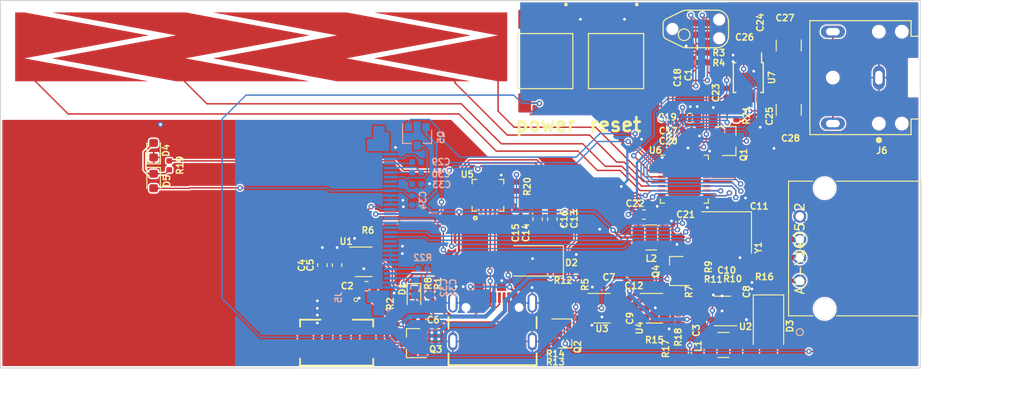
<source format=kicad_pcb>
(kicad_pcb (version 20171130) (host pcbnew 5.0.2-bee76a0~70~ubuntu18.04.1)
  (layers (0 F.Cu signal) (31 B.Cu signal) (34 B.Paste user) (35 F.Paste user) (36 B.SilkS user) (37 F.SilkS user) (38 B.Mask user) (39 F.Mask user hide) (44 Edge.Cuts user))
  (net 0 "")
  (net 1 GND)
  (net 2 mcu_reset)
  (net 3 Vusb_host)
  (net 4 Vsys)
  (net 5 "Net-(C10-Pad2)")
  (net 6 "Net-(C11-Pad2)")
  (net 7 VDD)
  (net 8 "Net-(C20-Pad2)")
  (net 9 "Net-(C21-Pad1)")
  (net 10 "Net-(C23-Pad1)")
  (net 11 DAC_out)
  (net 12 "Net-(C24-Pad1)")
  (net 13 "Net-(C26-Pad1)")
  (net 14 "Net-(C27-Pad1)")
  (net 15 "Net-(C27-Pad2)")
  (net 16 "Net-(C28-Pad2)")
  (net 17 "Net-(C28-Pad1)")
  (net 18 "Net-(C29-Pad1)")
  (net 19 "Net-(C29-Pad2)")
  (net 20 "Net-(C30-Pad1)")
  (net 21 "Net-(C30-Pad2)")
  (net 22 "Net-(C31-Pad2)")
  (net 23 "Net-(C33-Pad2)")
  (net 24 "Net-(D1-Pad1)")
  (net 25 "Net-(D1-Pad2)")
  (net 26 "Net-(D3-Pad2)")
  (net 27 "Net-(D4-Pad2)")
  (net 28 uart_D-)
  (net 29 uart_D+)
  (net 30 "Net-(J1-PadA8)")
  (net 31 "Net-(J1-PadB5)")
  (net 32 "Net-(J1-PadA5)")
  (net 33 "Net-(J1-PadB8)")
  (net 34 Vbat)
  (net 35 mcu_swdio)
  (net 36 mcu_swclk)
  (net 37 "Net-(J3-Pad2)")
  (net 38 D-_host)
  (net 39 D+_host)
  (net 40 "Net-(J5-Pad5)")
  (net 41 "Net-(J5-Pad11)")
  (net 42 disp_copi)
  (net 43 disp_sclk)
  (net 44 disp_d-c)
  (net 45 disp_res)
  (net 46 disp_cs)
  (net 47 "Net-(J5-Pad24)")
  (net 48 mcu_power_button)
  (net 49 "Net-(Q1-Pad1)")
  (net 50 "Net-(Q2-Pad3)")
  (net 51 Vusb_device_sense)
  (net 52 mcu_ldo_en)
  (net 53 disp_vdd_en)
  (net 54 "Net-(R3-Pad2)")
  (net 55 "Net-(R6-Pad1)")
  (net 56 Vusb_host_enable)
  (net 57 "Net-(R10-Pad2)")
  (net 58 "Net-(R13-Pad2)")
  (net 59 "Net-(R15-Pad1)")
  (net 60 "Net-(R17-Pad2)")
  (net 61 "Net-(R19-Pad1)")
  (net 62 "Net-(R20-Pad2)")
  (net 63 "Net-(R21-Pad1)")
  (net 64 "Net-(U5-Pad1)")
  (net 65 "Net-(U5-Pad2)")
  (net 66 "Net-(U5-Pad10)")
  (net 67 "Net-(U5-Pad11)")
  (net 68 "Net-(U5-Pad13)")
  (net 69 "Net-(U5-Pad14)")
  (net 70 "Net-(U5-Pad15)")
  (net 71 "Net-(U5-Pad16)")
  (net 72 mcu_tx_cp2102_rx)
  (net 73 mcu_rx_cp2102_tx)
  (net 74 "Net-(U5-Pad19)")
  (net 75 "Net-(U5-Pad20)")
  (net 76 slider_1)
  (net 77 slider_2)
  (net 78 slider_3)
  (net 79 slider_4)
  (net 80 volume_up_dn)
  (net 81 volume_clock)
  (net 82 Vusb_device)
  (module SFV30R-4STE1HLF:SFV30R-4STE1HLF (layer B.Cu) (at 41.4 23.978082 90)
    (fp_text reference J5 (at -8.35 -4.65 90) (layer B.SilkS) (effects (font (size 0.7 0.7)) (justify mirror)))
    (fp_text value Conn_01x30)
    (pad "" smd custom (at 8.25 0 270) (size 1 1) (layers B.Cu B.Paste B.Mask) (options (clearance outline) (anchor rect)) (primitives (gr_poly (pts (xy -2 -0.3) (xy -2 0.8) (xy -0.6 0.8) (xy -0.6 1.5) (xy 0.6 1.5) (xy 0.6 -0.3) (xy 0.6 -0.8) (xy -1.3 -0.8) (xy -1.3 -0.3)) (width 0.15))))
    (pad "" smd custom (at -8.25 0 90) (size 1 1) (layers B.Cu B.Paste B.Mask) (options (clearance outline) (anchor rect)) (primitives (gr_poly (pts (xy -2 0.3) (xy -2 -0.8) (xy -0.6 -0.8) (xy -0.6 -1.5) (xy 0.6 -1.5) (xy 0.6 0.3) (xy 0.6 0.8) (xy -1.3 0.8) (xy -1.3 0.3)) (width 0.15))))
    (pad 30 smd rect (at 7.25 1 90) (size 0.3 1.4) (layers B.Cu B.Paste B.Mask) (net 1 GND))
    (pad 29 smd rect (at 6.75 1 90) (size 0.3 1.4) (layers B.Cu B.Paste B.Mask) (net 19 "Net-(C29-Pad2)"))
    (pad 28 smd rect (at 6.25 1 90) (size 0.3 1.4) (layers B.Cu B.Paste B.Mask) (net 18 "Net-(C29-Pad1)"))
    (pad 27 smd rect (at 5.75 1 90) (size 0.3 1.4) (layers B.Cu B.Paste B.Mask) (net 21 "Net-(C30-Pad2)"))
    (pad 26 smd rect (at 5.25 1 90) (size 0.3 1.4) (layers B.Cu B.Paste B.Mask) (net 20 "Net-(C30-Pad1)"))
    (pad 25 smd rect (at 4.75 1 90) (size 0.3 1.4) (layers B.Cu B.Paste B.Mask) (net 23 "Net-(C33-Pad2)"))
    (pad 24 smd rect (at 4.25 1 90) (size 0.3 1.4) (layers B.Cu B.Paste B.Mask) (net 47 "Net-(J5-Pad24)"))
    (pad 23 smd rect (at 3.75 1 90) (size 0.3 1.4) (layers B.Cu B.Paste B.Mask) (net 1 GND))
    (pad 22 smd rect (at 3.25 1 90) (size 0.3 1.4) (layers B.Cu B.Paste B.Mask) (net 7 VDD))
    (pad 21 smd rect (at 2.75 1 90) (size 0.3 1.4) (layers B.Cu B.Paste B.Mask) (net 1 GND))
    (pad 20 smd rect (at 2.25 1 90) (size 0.3 1.4) (layers B.Cu B.Paste B.Mask) (net 1 GND))
    (pad 19 smd rect (at 1.75 1 90) (size 0.3 1.4) (layers B.Cu B.Paste B.Mask) (net 1 GND))
    (pad 18 smd rect (at 1.25 1 90) (size 0.3 1.4) (layers B.Cu B.Paste B.Mask) (net 46 disp_cs))
    (pad 17 smd rect (at 0.75 1 90) (size 0.3 1.4) (layers B.Cu B.Paste B.Mask) (net 45 disp_res))
    (pad 16 smd rect (at 0.25 1 90) (size 0.3 1.4) (layers B.Cu B.Paste B.Mask) (net 44 disp_d-c))
    (pad 15 smd rect (at -0.25 1 90) (size 0.3 1.4) (layers B.Cu B.Paste B.Mask) (net 1 GND))
    (pad 14 smd rect (at -0.75 1 90) (size 0.3 1.4) (layers B.Cu B.Paste B.Mask) (net 1 GND))
    (pad 13 smd rect (at -1.25 1 90) (size 0.3 1.4) (layers B.Cu B.Paste B.Mask) (net 43 disp_sclk))
    (pad 12 smd rect (at -1.75 1 90) (size 0.3 1.4) (layers B.Cu B.Paste B.Mask) (net 42 disp_copi))
    (pad 11 smd rect (at -2.25 1 90) (size 0.3 1.4) (layers B.Cu B.Paste B.Mask) (net 41 "Net-(J5-Pad11)"))
    (pad 10 smd rect (at -2.75 1 90) (size 0.3 1.4) (layers B.Cu B.Paste B.Mask) (net 1 GND))
    (pad 9 smd rect (at -3.25 1 90) (size 0.3 1.4) (layers B.Cu B.Paste B.Mask) (net 1 GND))
    (pad 8 smd rect (at -3.75 1 90) (size 0.3 1.4) (layers B.Cu B.Paste B.Mask) (net 1 GND))
    (pad 7 smd rect (at -4.25 1 90) (size 0.3 1.4) (layers B.Cu B.Paste B.Mask) (net 1 GND))
    (pad 6 smd rect (at -4.75 1 90) (size 0.3 1.4) (layers B.Cu B.Paste B.Mask) (net 1 GND))
    (pad 5 smd rect (at -5.25 1 90) (size 0.3 1.4) (layers B.Cu B.Paste B.Mask) (net 40 "Net-(J5-Pad5)"))
    (pad 4 smd rect (at -5.75 1 90) (size 0.3 1.4) (layers B.Cu B.Paste B.Mask) (net 22 "Net-(C31-Pad2)"))
    (pad 3 smd rect (at -6.25 1 90) (size 0.3 1.4) (layers B.Cu B.Paste B.Mask) (net 7 VDD))
    (pad 2 smd rect (at -6.75 1 90) (size 0.3 1.4) (layers B.Cu B.Paste B.Mask) (net 1 GND))
    (pad 1 smd rect (at -7.25 1 90) (size 0.3 1.4) (layers B.Cu B.Paste B.Mask) (net 1 GND))
  )
  (module AU-Y1005-2:AU-Y1005-2 (layer F.Cu) (at 86.9 30.5 90)
    (fp_text reference J4 (at 3.500001 0 90) (layer F.SilkS) (effects (font (size 0.7 0.7))))
    (fp_text value AU-Y1005-2 (at 3.500001 0 90) (layer F.SilkS))
    (fp_text user * (at 0 0 90) (layer F.SilkS))
    (pad 1 thru_hole circle (at 0 0 90) (size 1.4224 1.4224) (drill 0.9144) (layers *.Cu *.Mask) (net 3 Vusb_host))
    (pad 2 thru_hole circle (at 2.5 0 90) (size 1.4224 1.4224) (drill 0.9144) (layers *.Cu *.Mask) (net 38 D-_host))
    (pad 3 thru_hole circle (at 4.500001 0 90) (size 1.4224 1.4224) (drill 0.9144) (layers *.Cu *.Mask) (net 39 D+_host))
    (pad 4 thru_hole circle (at 7.000001 0 90) (size 1.4224 1.4224) (drill 0.9144) (layers *.Cu *.Mask) (net 1 GND))
    (pad 5 thru_hole circle (at -3.069999 2.71 90) (size 2.3114 2.3114) (drill 2.3114) (layers *.Cu *.Mask))
    (pad 6 thru_hole circle (at 10.07 2.71 90) (size 2.3114 2.3114) (drill 2.3114) (layers *.Cu *.Mask))
  )
  (module USB4105-GF-A:GCT_USB4105-GF-A (layer F.Cu) (at 53.5 37.1)
    (fp_text reference J1 hide)
    (fp_text value USB4105-GF-A)
    (pad S2 thru_hole oval (at -4.32 0) (size 1 2) (drill oval 0.6 1.4) (layers *.Cu *.Mask) (net 1 GND))
    (pad S3 thru_hole oval (at 4.32 0) (size 1 2) (drill oval 0.6 1.4) (layers *.Cu *.Mask) (net 1 GND))
    (pad S1 thru_hole oval (at -4.32 -4.18) (size 1.05 2.1) (drill oval 0.6 1.7) (layers *.Cu *.Mask) (net 1 GND))
    (pad S4 thru_hole oval (at 4.32 -4.18) (size 1.05 2.1) (drill oval 0.6 1.7) (layers *.Cu *.Mask) (net 1 GND))
    (pad None np_thru_hole circle (at 2.89 -3.68) (size 0.65 0.65) (drill 0.65) (layers *.Cu *.Mask))
    (pad None np_thru_hole circle (at -2.89 -3.68) (size 0.65 0.65) (drill 0.65) (layers *.Cu *.Mask))
    (pad A1_B12 smd rect (at -3.2 -4.755) (size 0.6 1.15) (layers F.Cu F.Paste F.Mask) (net 1 GND))
    (pad B1_A12 smd rect (at 3.2 -4.755) (size 0.6 1.15) (layers F.Cu F.Paste F.Mask) (net 1 GND))
    (pad A4_B9 smd rect (at -2.4 -4.755) (size 0.6 1.15) (layers F.Cu F.Paste F.Mask) (net 82 Vusb_device))
    (pad B4_A9 smd rect (at 2.4 -4.755) (size 0.6 1.15) (layers F.Cu F.Paste F.Mask) (net 82 Vusb_device))
    (pad A7 smd rect (at 0.25 -4.755) (size 0.3 1.15) (layers F.Cu F.Paste F.Mask) (net 28 uart_D-))
    (pad A6 smd rect (at -0.25 -4.755) (size 0.3 1.15) (layers F.Cu F.Paste F.Mask) (net 29 uart_D+))
    (pad B6 smd rect (at 0.75 -4.755) (size 0.3 1.15) (layers F.Cu F.Paste F.Mask) (net 29 uart_D+))
    (pad A8 smd rect (at 1.25 -4.755) (size 0.3 1.15) (layers F.Cu F.Paste F.Mask) (net 30 "Net-(J1-PadA8)"))
    (pad B5 smd rect (at 1.75 -4.755) (size 0.3 1.15) (layers F.Cu F.Paste F.Mask) (net 31 "Net-(J1-PadB5)"))
    (pad B7 smd rect (at -0.75 -4.755) (size 0.3 1.15) (layers F.Cu F.Paste F.Mask) (net 28 uart_D-))
    (pad A5 smd rect (at -1.25 -4.755) (size 0.3 1.15) (layers F.Cu F.Paste F.Mask) (net 32 "Net-(J1-PadA5)"))
    (pad B8 smd rect (at -1.75 -4.755) (size 0.3 1.15) (layers F.Cu F.Paste F.Mask) (net 33 "Net-(J1-PadB8)"))
  )
  (module Package_TO_SOT_SMD:SOT-23 (layer F.Cu) (at 73.5 29.45 180)
    (fp_text reference Q4 (at 2.25 -0.025 270) (layer F.SilkS) (effects (font (size 0.7 0.7))))
    (fp_text value 2N7002)
    (pad 1 smd rect (at -1 -0.95 180) (size 0.9 0.8) (layers F.Cu F.Paste F.Mask) (net 52 mcu_ldo_en))
    (pad 2 smd rect (at -1 0.95 180) (size 0.9 0.8) (layers F.Cu F.Paste F.Mask) (net 1 GND))
    (pad 3 smd rect (at 1 0 180) (size 0.9 0.8) (layers F.Cu F.Paste F.Mask) (net 50 "Net-(Q2-Pad3)"))
  )
  (module Resistor_SMD:R_0402_1005Metric (layer F.Cu) (at 60.4 33.65)
    (fp_text reference R14 (at -0.075 4.8 180) (layer F.SilkS) (effects (font (size 0.7 0.7))))
    (fp_text value 10k)
    (pad 2 smd roundrect (at 0.485 0) (size 0.59 0.64) (layers F.Cu F.Paste F.Mask) (net 1 GND))
    (pad 1 smd roundrect (at -0.485 0) (size 0.59 0.64) (layers F.Cu F.Paste F.Mask) (net 58 "Net-(R13-Pad2)"))
  )
  (module Capacitor_SMD:C_1210_3225Metric_Pad1.42x2.65mm_HandSolder (layer F.Cu) (at 85.7 11.9 270)
    (fp_text reference C28 (at 3.1 -0.2) (layer F.SilkS) (effects (font (size 0.7 0.7))))
    (fp_text value 47u)
    (pad 2 smd roundrect (at 1.4875 0 270) (size 1.425 2.65) (layers F.Cu F.Paste F.Mask) (roundrect_rratio 0.175439) (net 16 "Net-(C28-Pad2)"))
    (pad 1 smd roundrect (at -1.4875 0 270) (size 1.425 2.65) (layers F.Cu F.Paste F.Mask) (roundrect_rratio 0.175439) (net 17 "Net-(C28-Pad1)"))
  )
  (module Capacitor_SMD:C_0603_1608Metric (layer F.Cu) (at 39.8 31.1 180)
    (fp_text reference C2 (at 2.1 0.025 180) (layer F.SilkS) (effects (font (size 0.7 0.7))))
    (fp_text value 4.7u)
    (pad 2 smd roundrect (at 0.7875 0 180) (size 0.875 0.95) (layers F.Cu F.Paste F.Mask) (net 1 GND))
    (pad 1 smd roundrect (at -0.7875 0 180) (size 0.875 0.95) (layers F.Cu F.Paste F.Mask) (net 82 Vusb_device))
  )
  (module Capacitor_SMD:C_0603_1608Metric (layer F.Cu) (at 35 28.81 90)
    (fp_text reference C4 (at -0.015 -2.25 90) (layer F.SilkS) (effects (font (size 0.7 0.7))))
    (fp_text value 4.7u)
    (pad 1 smd roundrect (at -0.7875 0 90) (size 0.875 0.95) (layers F.Cu F.Paste F.Mask) (net 34 Vbat))
    (pad 2 smd roundrect (at 0.7875 0 90) (size 0.875 0.95) (layers F.Cu F.Paste F.Mask) (net 1 GND))
  )
  (module Capacitor_SMD:C_0603_1608Metric (layer F.Cu) (at 36.6 28.81 90)
    (fp_text reference C5 (at 0 -2.925 90) (layer F.SilkS) (effects (font (size 0.7 0.7))))
    (fp_text value 4.7u)
    (pad 1 smd roundrect (at -0.7875 0 90) (size 0.875 0.95) (layers F.Cu F.Paste F.Mask) (net 34 Vbat))
    (pad 2 smd roundrect (at 0.7875 0 90) (size 0.875 0.95) (layers F.Cu F.Paste F.Mask) (net 1 GND))
  )
  (module Capacitor_SMD:C_0402_1005Metric (layer F.Cu) (at 45.4 34.75 180)
    (fp_text reference C6 (at -1.65 -0.025 180) (layer F.SilkS) (effects (font (size 0.7 0.7))))
    (fp_text value 1u)
    (pad 1 smd roundrect (at -0.485 0 180) (size 0.59 0.64) (layers F.Cu F.Paste F.Mask) (net 4 Vsys))
    (pad 2 smd roundrect (at 0.485 0 180) (size 0.59 0.64) (layers F.Cu F.Paste F.Mask) (net 1 GND))
  )
  (module Capacitor_SMD:C_0402_1005Metric (layer F.Cu) (at 66 31.1 180)
    (fp_text reference C7 (at -0.15 0.975 180) (layer F.SilkS) (effects (font (size 0.7 0.7))))
    (fp_text value 100n)
    (pad 2 smd roundrect (at 0.485 0 180) (size 0.59 0.64) (layers F.Cu F.Paste F.Mask) (net 1 GND))
    (pad 1 smd roundrect (at -0.485 0 180) (size 0.59 0.64) (layers F.Cu F.Paste F.Mask) (net 4 Vsys))
  )
  (module Capacitor_SMD:C_0402_1005Metric (layer F.Cu) (at 81.1 33.3 270)
    (fp_text reference C8 (at -1.6 -0.025 270) (layer F.SilkS) (effects (font (size 0.7 0.7))))
    (fp_text value 1u)
    (pad 1 smd roundrect (at -0.485 0 270) (size 0.59 0.64) (layers F.Cu F.Paste F.Mask) (net 3 Vusb_host))
    (pad 2 smd roundrect (at 0.485 0 270) (size 0.59 0.64) (layers F.Cu F.Paste F.Mask) (net 1 GND))
  )
  (module Capacitor_SMD:C_0402_1005Metric (layer F.Cu) (at 68.4 32.9 270)
    (fp_text reference C9 (at 1.7 -0.025 270) (layer F.SilkS) (effects (font (size 0.7 0.7))))
    (fp_text value 1u)
    (pad 2 smd roundrect (at 0.485 0 270) (size 0.59 0.64) (layers F.Cu F.Paste F.Mask) (net 1 GND))
    (pad 1 smd roundrect (at -0.485 0 270) (size 0.59 0.64) (layers F.Cu F.Paste F.Mask) (net 4 Vsys))
  )
  (module Capacitor_SMD:C_0402_1005Metric (layer F.Cu) (at 78.95 28.2 180)
    (fp_text reference C10 (at 0 -1.17 180) (layer F.SilkS) (effects (font (size 0.7 0.7))))
    (fp_text value 1u)
    (pad 1 smd roundrect (at -0.485 0 180) (size 0.59 0.64) (layers F.Cu F.Paste F.Mask) (net 1 GND))
    (pad 2 smd roundrect (at 0.485 0 180) (size 0.59 0.64) (layers F.Cu F.Paste F.Mask) (net 5 "Net-(C10-Pad2)"))
  )
  (module Capacitor_SMD:C_0402_1005Metric (layer F.Cu) (at 80.5 22.35 180)
    (fp_text reference C11 (at -2 -0.05 180) (layer F.SilkS) (effects (font (size 0.7 0.7))))
    (fp_text value 1u)
    (pad 2 smd roundrect (at 0.485 0 180) (size 0.59 0.64) (layers F.Cu F.Paste F.Mask) (net 6 "Net-(C11-Pad2)"))
    (pad 1 smd roundrect (at -0.485 0 180) (size 0.59 0.64) (layers F.Cu F.Paste F.Mask) (net 1 GND))
  )
  (module Capacitor_SMD:C_0402_1005Metric (layer F.Cu) (at 70.8 31.05 180)
    (fp_text reference C12 (at 1.925 0 180) (layer F.SilkS) (effects (font (size 0.7 0.7))))
    (fp_text value 1u)
    (pad 2 smd roundrect (at 0.485 0 180) (size 0.59 0.64) (layers F.Cu F.Paste F.Mask) (net 1 GND))
    (pad 1 smd roundrect (at -0.485 0 180) (size 0.59 0.64) (layers F.Cu F.Paste F.Mask) (net 7 VDD))
  )
  (module Capacitor_SMD:C_0603_1608Metric (layer F.Cu) (at 60 23.8 90)
    (fp_text reference C13 (at 0 2.375 90) (layer F.SilkS) (effects (font (size 0.7 0.7))))
    (fp_text value 4.7u)
    (pad 2 smd roundrect (at 0.7875 0 90) (size 0.875 0.95) (layers F.Cu F.Paste F.Mask) (net 7 VDD))
    (pad 1 smd roundrect (at -0.7875 0 90) (size 0.875 0.95) (layers F.Cu F.Paste F.Mask) (net 1 GND))
  )
  (module Capacitor_SMD:C_0402_1005Metric (layer F.Cu) (at 57.1 23.3 90)
    (fp_text reference C14 (at -1.975 0.025 90) (layer F.SilkS) (effects (font (size 0.7 0.7))))
    (fp_text value 100n)
    (pad 2 smd roundrect (at 0.485 0 90) (size 0.59 0.64) (layers F.Cu F.Paste F.Mask) (net 7 VDD))
    (pad 1 smd roundrect (at -0.485 0 90) (size 0.59 0.64) (layers F.Cu F.Paste F.Mask) (net 1 GND))
  )
  (module Capacitor_SMD:C_0402_1005Metric (layer F.Cu) (at 56 23.3 90)
    (fp_text reference C15 (at -2 0 90) (layer F.SilkS) (effects (font (size 0.7 0.7))))
    (fp_text value 100n)
    (pad 1 smd roundrect (at -0.485 0 90) (size 0.59 0.64) (layers F.Cu F.Paste F.Mask) (net 1 GND))
    (pad 2 smd roundrect (at 0.485 0 90) (size 0.59 0.64) (layers F.Cu F.Paste F.Mask) (net 7 VDD))
  )
  (module Capacitor_SMD:C_0603_1608Metric (layer F.Cu) (at 58.4 23.8 90)
    (fp_text reference C16 (at 0 2.875 90) (layer F.SilkS) (effects (font (size 0.7 0.7))))
    (fp_text value 4.7u)
    (pad 1 smd roundrect (at -0.7875 0 90) (size 0.875 0.95) (layers F.Cu F.Paste F.Mask) (net 1 GND))
    (pad 2 smd roundrect (at 0.7875 0 90) (size 0.875 0.95) (layers F.Cu F.Paste F.Mask) (net 7 VDD))
  )
  (module Capacitor_SMD:C_0402_1005Metric (layer F.Cu) (at 74.65 14.15)
    (fp_text reference C17 (at -2.05 0.05) (layer F.SilkS) (effects (font (size 0.7 0.7))))
    (fp_text value 100n)
    (pad 2 smd roundrect (at 0.485 0) (size 0.59 0.64) (layers F.Cu F.Paste F.Mask) (net 1 GND))
    (pad 1 smd roundrect (at -0.485 0) (size 0.59 0.64) (layers F.Cu F.Paste F.Mask) (net 7 VDD))
  )
  (module Capacitor_SMD:C_0402_1005Metric (layer F.Cu) (at 73.6 6.3 90)
    (fp_text reference C18 (at -2.1 0 90) (layer F.SilkS) (effects (font (size 0.7 0.7))))
    (fp_text value 100n)
    (pad 2 smd roundrect (at 0.485 0 90) (size 0.59 0.64) (layers F.Cu F.Paste F.Mask) (net 1 GND))
    (pad 1 smd roundrect (at -0.485 0 90) (size 0.59 0.64) (layers F.Cu F.Paste F.Mask) (net 7 VDD))
  )
  (module Capacitor_SMD:C_0603_1608Metric (layer F.Cu) (at 74.95 12.8)
    (fp_text reference C19 (at -2.45 -0.1) (layer F.SilkS) (effects (font (size 0.7 0.7))))
    (fp_text value 10u)
    (pad 1 smd roundrect (at -0.7875 0) (size 0.875 0.95) (layers F.Cu F.Paste F.Mask) (net 7 VDD))
    (pad 2 smd roundrect (at 0.7875 0) (size 0.875 0.95) (layers F.Cu F.Paste F.Mask) (net 1 GND))
  )
  (module Capacitor_SMD:C_0402_1005Metric (layer F.Cu) (at 74.65 15.25 180)
    (fp_text reference C20 (at 2.05 -0.05 180) (layer F.SilkS) (effects (font (size 0.7 0.7))))
    (fp_text value 1u)
    (pad 1 smd roundrect (at -0.485 0 180) (size 0.59 0.64) (layers F.Cu F.Paste F.Mask) (net 1 GND))
    (pad 2 smd roundrect (at 0.485 0 180) (size 0.59 0.64) (layers F.Cu F.Paste F.Mask) (net 8 "Net-(C20-Pad2)"))
  )
  (module Capacitor_SMD:C_0402_1005Metric (layer F.Cu) (at 72.45 23.2)
    (fp_text reference C21 (at 2.05 0.1) (layer F.SilkS) (effects (font (size 0.7 0.7))))
    (fp_text value 100n)
    (pad 1 smd roundrect (at -0.485 0) (size 0.59 0.64) (layers F.Cu F.Paste F.Mask) (net 9 "Net-(C21-Pad1)"))
    (pad 2 smd roundrect (at 0.485 0) (size 0.59 0.64) (layers F.Cu F.Paste F.Mask) (net 1 GND))
  )
  (module Capacitor_SMD:C_0603_1608Metric (layer F.Cu) (at 69.95 23.3)
    (fp_text reference C22 (at -0.95 -1.2) (layer F.SilkS) (effects (font (size 0.7 0.7))))
    (fp_text value 10u)
    (pad 2 smd roundrect (at 0.7875 0) (size 0.875 0.95) (layers F.Cu F.Paste F.Mask) (net 1 GND))
    (pad 1 smd roundrect (at -0.7875 0) (size 0.875 0.95) (layers F.Cu F.Paste F.Mask) (net 7 VDD))
  )
  (module Capacitor_SMD:C_0402_1005Metric (layer F.Cu) (at 78.95 10.05 90)
    (fp_text reference C23 (at 0 -1.17 90) (layer F.SilkS) (effects (font (size 0.7 0.7))))
    (fp_text value 0.47u)
    (pad 1 smd roundrect (at -0.485 0 90) (size 0.59 0.64) (layers F.Cu F.Paste F.Mask) (net 10 "Net-(C23-Pad1)"))
    (pad 2 smd roundrect (at 0.485 0 90) (size 0.59 0.64) (layers F.Cu F.Paste F.Mask) (net 11 DAC_out))
  )
  (module Capacitor_SMD:C_0402_1005Metric (layer F.Cu) (at 82.6 4.45 90)
    (fp_text reference C24 (at 2.05 0 90) (layer F.SilkS) (effects (font (size 0.7 0.7))))
    (fp_text value 0.47u)
    (pad 2 smd roundrect (at 0.485 0 90) (size 0.59 0.64) (layers F.Cu F.Paste F.Mask) (net 11 DAC_out))
    (pad 1 smd roundrect (at -0.485 0 90) (size 0.59 0.64) (layers F.Cu F.Paste F.Mask) (net 12 "Net-(C24-Pad1)"))
  )
  (module Capacitor_SMD:C_0402_1005Metric (layer F.Cu) (at 82.6 12.5 90)
    (fp_text reference C25 (at -0.1 1 90) (layer F.SilkS) (effects (font (size 0.7 0.7))))
    (fp_text value 1u)
    (pad 2 smd roundrect (at 0.485 0 90) (size 0.59 0.64) (layers F.Cu F.Paste F.Mask) (net 7 VDD))
    (pad 1 smd roundrect (at -0.485 0 90) (size 0.59 0.64) (layers F.Cu F.Paste F.Mask) (net 1 GND))
  )
  (module Capacitor_SMD:C_0402_1005Metric (layer F.Cu) (at 81 4.95 180)
    (fp_text reference C26 (at 0.1 0.95 180) (layer F.SilkS) (effects (font (size 0.7 0.7))))
    (fp_text value 1u)
    (pad 1 smd roundrect (at -0.485 0 180) (size 0.59 0.64) (layers F.Cu F.Paste F.Mask) (net 13 "Net-(C26-Pad1)"))
    (pad 2 smd roundrect (at 0.485 0 180) (size 0.59 0.64) (layers F.Cu F.Paste F.Mask) (net 1 GND))
  )
  (module Capacitor_SMD:C_0402_1005Metric (layer B.Cu) (at 45.25 17.6)
    (fp_text reference C29 (at 2.65 -0.028082) (layer B.SilkS) (effects (font (size 0.7 0.7)) (justify mirror)))
    (fp_text value 1u)
    (pad 1 smd roundrect (at -0.485 0) (size 0.59 0.64) (layers B.Cu B.Paste B.Mask) (net 18 "Net-(C29-Pad1)"))
    (pad 2 smd roundrect (at 0.485 0) (size 0.59 0.64) (layers B.Cu B.Paste B.Mask) (net 19 "Net-(C29-Pad2)"))
  )
  (module Capacitor_SMD:C_0402_1005Metric (layer B.Cu) (at 45.25 18.728082)
    (fp_text reference C30 (at 2.65 0.171918) (layer B.SilkS) (effects (font (size 0.7 0.7)) (justify mirror)))
    (fp_text value 1u)
    (pad 1 smd roundrect (at -0.485 0) (size 0.59 0.64) (layers B.Cu B.Paste B.Mask) (net 20 "Net-(C30-Pad1)"))
    (pad 2 smd roundrect (at 0.485 0) (size 0.59 0.64) (layers B.Cu B.Paste B.Mask) (net 21 "Net-(C30-Pad2)"))
  )
  (module Capacitor_SMD:C_0603_1608Metric (layer B.Cu) (at 46.7 31.278082 90)
    (fp_text reference C31 (at -0.021918 2.5 90) (layer B.SilkS) (effects (font (size 0.7 0.7)) (justify mirror)))
    (fp_text value 4.7u)
    (pad 1 smd roundrect (at -0.7875 0 90) (size 0.875 0.95) (layers B.Cu B.Paste B.Mask) (net 1 GND))
    (pad 2 smd roundrect (at 0.7875 0 90) (size 0.875 0.95) (layers B.Cu B.Paste B.Mask) (net 22 "Net-(C31-Pad2)"))
  )
  (module Capacitor_SMD:C_0603_1608Metric (layer B.Cu) (at 45.1 31.278082 90)
    (fp_text reference C32 (at 0 3.1 90) (layer B.SilkS) (effects (font (size 0.7 0.7)) (justify mirror)))
    (fp_text value 2.2u)
    (pad 2 smd roundrect (at 0.7875 0 90) (size 0.875 0.95) (layers B.Cu B.Paste B.Mask) (net 7 VDD))
    (pad 1 smd roundrect (at -0.7875 0 90) (size 0.875 0.95) (layers B.Cu B.Paste B.Mask) (net 1 GND))
  )
  (module Capacitor_SMD:C_0402_1005Metric (layer B.Cu) (at 45.25 20 180)
    (fp_text reference C33 (at -2.725 -0.05 180) (layer B.SilkS) (effects (font (size 0.7 0.7)) (justify mirror)))
    (fp_text value 1u)
    (pad 2 smd roundrect (at 0.485 0 180) (size 0.59 0.64) (layers B.Cu B.Paste B.Mask) (net 23 "Net-(C33-Pad2)"))
    (pad 1 smd roundrect (at -0.485 0 180) (size 0.59 0.64) (layers B.Cu B.Paste B.Mask) (net 1 GND))
  )
  (module Capacitor_SMD:C_0402_1005Metric (layer B.Cu) (at 44.75 21.75 90)
    (fp_text reference C34 (at 0 1.175 90) (layer B.SilkS) (effects (font (size 0.7 0.7)) (justify mirror)))
    (fp_text value 1u)
    (pad 2 smd roundrect (at 0.485 0 90) (size 0.59 0.64) (layers B.Cu B.Paste B.Mask) (net 7 VDD))
    (pad 1 smd roundrect (at -0.485 0 90) (size 0.59 0.64) (layers B.Cu B.Paste B.Mask) (net 1 GND))
  )
  (module LED_SMD:LED_0603_1608Metric (layer F.Cu) (at 44.95 32.3 270)
    (fp_text reference D1 (at -0.9 1.275 270) (layer F.SilkS) (effects (font (size 0.7 0.7))))
    (fp_text value LED_Small)
    (pad 1 smd roundrect (at -0.7875 0 270) (size 0.875 0.95) (layers F.Cu F.Paste F.Mask) (net 24 "Net-(D1-Pad1)"))
    (pad 2 smd roundrect (at 0.7875 0 270) (size 0.875 0.95) (layers F.Cu F.Paste F.Mask) (net 25 "Net-(D1-Pad2)"))
  )
  (module Diode_SMD:D_SMA (layer F.Cu) (at 57.8 28.35 180)
    (fp_text reference D2 (at -4.275 -0.2 180) (layer F.SilkS) (effects (font (size 0.7 0.7))))
    (fp_text value D)
    (pad 2 smd rect (at 2 0 180) (size 2.5 1.8) (layers F.Cu F.Paste F.Mask) (net 82 Vusb_device))
    (pad 1 smd rect (at -2 0 180) (size 2.5 1.8) (layers F.Cu F.Paste F.Mask) (net 4 Vsys))
  )
  (module Diode_SMD:D_SMA (layer F.Cu) (at 83.5 35.45 270)
    (fp_text reference D3 (at 0 -2.325 270) (layer F.SilkS) (effects (font (size 0.7 0.7))))
    (fp_text value D)
    (pad 1 smd rect (at -2 0 270) (size 2.5 1.8) (layers F.Cu F.Paste F.Mask) (net 3 Vusb_host))
    (pad 2 smd rect (at 2 0 270) (size 2.5 1.8) (layers F.Cu F.Paste F.Mask) (net 26 "Net-(D3-Pad2)"))
  )
  (module LED_SMD:LED_0603_1608Metric (layer F.Cu) (at 16.65 16.3 90)
    (fp_text reference D4 (at -0.025 1.35 90) (layer F.SilkS) (effects (font (size 0.7 0.7))))
    (fp_text value LED_Small)
    (pad 2 smd roundrect (at 0.7875 0 90) (size 0.875 0.95) (layers F.Cu F.Paste F.Mask) (net 27 "Net-(D4-Pad2)"))
    (pad 1 smd roundrect (at -0.7875 0 90) (size 0.875 0.95) (layers F.Cu F.Paste F.Mask) (net 1 GND))
  )
  (module LED_SMD:LED_0603_1608Metric (layer F.Cu) (at 16.65 19.65 270)
    (fp_text reference D5 (at 0 -1.43 270) (layer F.SilkS) (effects (font (size 0.7 0.7))))
    (fp_text value LED_Small)
    (pad 1 smd roundrect (at -0.7875 0 270) (size 0.875 0.95) (layers F.Cu F.Paste F.Mask) (net 27 "Net-(D4-Pad2)"))
    (pad 2 smd roundrect (at 0.7875 0 270) (size 0.875 0.95) (layers F.Cu F.Paste F.Mask) (net 7 VDD))
  )
  (module "B2B-PH-SM4-TB_LF__SN_:JST_B2B-PH-SM4-TB(LF)(SN)" (layer F.Cu) (at 36.55 35 180)
    (fp_text reference J2 hide)
    (fp_text value "B2B-PH-SM4-TB(LF)(SN)")
    (pad 1 smd rect (at -1 0 180) (size 1 5.5) (layers F.Cu F.Paste F.Mask) (net 34 Vbat))
    (pad 2 smd rect (at 1 0 180) (size 1 5.5) (layers F.Cu F.Paste F.Mask) (net 1 GND))
    (pad 3 smd rect (at -3.4 -2.25 180) (size 1.6 3) (layers F.Cu F.Paste F.Mask))
    (pad 4 smd rect (at 3.4 -2.25 180) (size 1.6 3) (layers F.Cu F.Paste F.Mask))
  )
  (module TC2030-CTX:TC2030-IDC-NL (layer F.Cu) (at 75.6 3.1)
    (fp_text reference J3 hide)
    (fp_text value TC2030-CTX)
    (pad 1 smd circle (at -1.27 0.635) (size 0.7874 0.7874) (layers F.Cu F.Mask) (net 7 VDD))
    (pad 3 smd circle (at 0 0.635) (size 0.7874 0.7874) (layers F.Cu F.Mask) (net 2 mcu_reset))
    (pad 5 smd circle (at 1.27 0.635) (size 0.7874 0.7874) (layers F.Cu F.Mask) (net 1 GND))
    (pad 6 smd circle (at 1.27 -0.635) (size 0.7874 0.7874) (layers F.Cu F.Mask) (net 35 mcu_swdio))
    (pad 4 smd circle (at 0 -0.635) (size 0.7874 0.7874) (layers F.Cu F.Mask) (net 36 mcu_swclk))
    (pad 2 smd circle (at -1.27 -0.635) (size 0.7874 0.7874) (layers F.Cu F.Mask) (net 37 "Net-(J3-Pad2)"))
    (pad None np_thru_hole circle (at -2.54 0) (size 1.016 1.016) (drill 1.016) (layers *.Cu *.Mask))
    (pad None np_thru_hole circle (at 2.54 -1.016) (size 1.016 1.016) (drill 1.016) (layers *.Cu *.Mask))
    (pad None np_thru_hole circle (at 2.54 1.016) (size 1.016 1.016) (drill 1.016) (layers *.Cu *.Mask))
  )
  (module SJ1-3523N:CUI_SJ1-3523N (layer F.Cu) (at 95.5 8.4 180)
    (fp_text reference J6 (at -0.325135 -7.938185 180) (layer F.SilkS) (effects (font (size 0.7 0.7))))
    (fp_text value SJ1-3523N)
    (fp_line (start -4.5 -6) (end -4.5 -2) (layer Edge.Cuts) (width 0.01))
    (fp_line (start -4.5 -2) (end -3.3 -2) (layer Edge.Cuts) (width 0.01))
    (fp_line (start -3.3 -2) (end -3.3 2) (layer Edge.Cuts) (width 0.01))
    (fp_line (start -3.3 2) (end -4.5 2) (layer Edge.Cuts) (width 0.01))
    (fp_line (start -4.5 2) (end -4.5 6) (layer Edge.Cuts) (width 0.01))
    (pad 1 thru_hole oval (at 0 0 180) (size 1.308 2.616) (drill oval 0.8 1.5) (layers *.Cu *.Mask) (net 1 GND))
    (pad 2 thru_hole oval (at 5 5 180) (size 2.616 1.308) (drill oval 1.5 0.8) (layers *.Cu *.Mask) (net 14 "Net-(C27-Pad1)"))
    (pad 3 thru_hole oval (at 5 -5 180) (size 2.616 1.308) (drill oval 1.5 0.8) (layers *.Cu *.Mask) (net 17 "Net-(C28-Pad1)"))
    (pad None np_thru_hole circle (at -2.5 -5 180) (size 1.2 1.2) (drill 1.2) (layers *.Cu *.Mask))
    (pad None np_thru_hole circle (at 0 -5 180) (size 1.2 1.2) (drill 1.2) (layers *.Cu *.Mask))
    (pad None np_thru_hole circle (at 5 0 180) (size 1.2 1.2) (drill 1.2) (layers *.Cu *.Mask))
    (pad None np_thru_hole circle (at -2.5 5 180) (size 1.2 1.2) (drill 1.2) (layers *.Cu *.Mask))
    (pad None np_thru_hole circle (at 0 5 180) (size 1.2 1.2) (drill 1.2) (layers *.Cu *.Mask))
  )
  (module Inductor_SMD:L_1210_3225Metric (layer F.Cu) (at 78.6 37.5)
    (fp_text reference L1 (at -2.75 0.125 90) (layer F.SilkS) (effects (font (size 0.7 0.7))))
    (fp_text value 10u)
    (pad 2 smd roundrect (at 1.4 0) (size 1.25 2.65) (layers F.Cu F.Paste F.Mask) (roundrect_rratio 0.2) (net 26 "Net-(D3-Pad2)"))
    (pad 1 smd roundrect (at -1.4 0) (size 1.25 2.65) (layers F.Cu F.Paste F.Mask) (roundrect_rratio 0.2) (net 4 Vsys))
  )
  (module Inductor_SMD:L_1210_3225Metric (layer F.Cu) (at 70.75 25.8 180)
    (fp_text reference L2 (at 0 -2.28 180) (layer F.SilkS) (effects (font (size 0.7 0.7))))
    (fp_text value 10u)
    (pad 1 smd roundrect (at -1.4 0 180) (size 1.25 2.65) (layers F.Cu F.Paste F.Mask) (roundrect_rratio 0.2) (net 9 "Net-(C21-Pad1)"))
    (pad 2 smd roundrect (at 1.4 0 180) (size 1.25 2.65) (layers F.Cu F.Paste F.Mask) (roundrect_rratio 0.2) (net 7 VDD))
  )
  (module Package_TO_SOT_SMD:SOT-23 (layer F.Cu) (at 79.2 15.3)
    (fp_text reference Q1 (at 1.6 1.5 90) (layer F.SilkS) (effects (font (size 0.7 0.7))))
    (fp_text value 2N7002)
    (pad 3 smd rect (at 1 0) (size 0.9 0.8) (layers F.Cu F.Paste F.Mask) (net 48 mcu_power_button))
    (pad 2 smd rect (at -1 0.95) (size 0.9 0.8) (layers F.Cu F.Paste F.Mask) (net 1 GND))
    (pad 1 smd rect (at -1 -0.95) (size 0.9 0.8) (layers F.Cu F.Paste F.Mask) (net 49 "Net-(Q1-Pad1)"))
  )
  (module Package_TO_SOT_SMD:SOT-23 (layer F.Cu) (at 61.35 36.25)
    (fp_text reference Q2 (at 1.4 1.45 90) (layer F.SilkS) (effects (font (size 0.7 0.7))))
    (fp_text value 2N7002)
    (pad 3 smd rect (at 1 0) (size 0.9 0.8) (layers F.Cu F.Paste F.Mask) (net 50 "Net-(Q2-Pad3)"))
    (pad 2 smd rect (at -1 0.95) (size 0.9 0.8) (layers F.Cu F.Paste F.Mask) (net 1 GND))
    (pad 1 smd rect (at -1 -0.95) (size 0.9 0.8) (layers F.Cu F.Paste F.Mask) (net 51 Vusb_device_sense))
  )
  (module Package_TO_SOT_SMD:SOT-23 (layer F.Cu) (at 44.9 37.3 180)
    (fp_text reference Q3 (at -2.425 -0.675 180) (layer F.SilkS) (effects (font (size 0.7 0.7))))
    (fp_text value Q_PMOS_GSD)
    (pad 1 smd rect (at -1 -0.95 180) (size 0.9 0.8) (layers F.Cu F.Paste F.Mask) (net 82 Vusb_device))
    (pad 2 smd rect (at -1 0.95 180) (size 0.9 0.8) (layers F.Cu F.Paste F.Mask) (net 4 Vsys))
    (pad 3 smd rect (at 1 0 180) (size 0.9 0.8) (layers F.Cu F.Paste F.Mask) (net 34 Vbat))
  )
  (module Package_TO_SOT_SMD:SOT-23 (layer B.Cu) (at 45.3 14.8 270)
    (fp_text reference Q5 (at 0.1 -2.6 270) (layer B.SilkS) (effects (font (size 0.7 0.7)) (justify mirror)))
    (fp_text value Q_PMOS_GSD)
    (pad 1 smd rect (at -1 0.95 270) (size 0.9 0.8) (layers B.Cu B.Paste B.Mask) (net 53 disp_vdd_en))
    (pad 2 smd rect (at -1 -0.95 270) (size 0.9 0.8) (layers B.Cu B.Paste B.Mask) (net 7 VDD))
    (pad 3 smd rect (at 1 0 270) (size 0.9 0.8) (layers B.Cu B.Paste B.Mask) (net 23 "Net-(C33-Pad2)"))
  )
  (module Resistor_SMD:R_0402_1005Metric (layer F.Cu) (at 47.55 32.5 90)
    (fp_text reference R1 (at 1.7 0 90) (layer F.SilkS) (effects (font (size 0.7 0.7))))
    (fp_text value 5.1k)
    (pad 2 smd roundrect (at 0.485 0 90) (size 0.59 0.64) (layers F.Cu F.Paste F.Mask) (net 1 GND))
    (pad 1 smd roundrect (at -0.485 0 90) (size 0.59 0.64) (layers F.Cu F.Paste F.Mask) (net 32 "Net-(J1-PadA5)"))
  )
  (module Resistor_SMD:R_0402_1005Metric (layer F.Cu) (at 43.55 33 90)
    (fp_text reference R2 (at 0 -1.17 90) (layer F.SilkS) (effects (font (size 0.7 0.7))))
    (fp_text value 100)
    (pad 2 smd roundrect (at 0.485 0 90) (size 0.59 0.64) (layers F.Cu F.Paste F.Mask) (net 25 "Net-(D1-Pad2)"))
    (pad 1 smd roundrect (at -0.485 0 90) (size 0.59 0.64) (layers F.Cu F.Paste F.Mask) (net 82 Vusb_device))
  )
  (module Resistor_SMD:R_0402_1005Metric (layer F.Cu) (at 76.4 5.7)
    (fp_text reference R3 (at 1.7 0) (layer F.SilkS) (effects (font (size 0.7 0.7))))
    (fp_text value 100)
    (pad 1 smd roundrect (at -0.485 0) (size 0.59 0.64) (layers F.Cu F.Paste F.Mask) (net 2 mcu_reset))
    (pad 2 smd roundrect (at 0.485 0) (size 0.59 0.64) (layers F.Cu F.Paste F.Mask) (net 54 "Net-(R3-Pad2)"))
  )
  (module Resistor_SMD:R_0402_1005Metric (layer F.Cu) (at 76.4 6.75 180)
    (fp_text reference R4 (at -1.7 -0.05 180) (layer F.SilkS) (effects (font (size 0.7 0.7))))
    (fp_text value 10k)
    (pad 1 smd roundrect (at -0.485 0 180) (size 0.59 0.64) (layers F.Cu F.Paste F.Mask) (net 2 mcu_reset))
    (pad 2 smd roundrect (at 0.485 0 180) (size 0.59 0.64) (layers F.Cu F.Paste F.Mask) (net 7 VDD))
  )
  (module Resistor_SMD:R_0402_1005Metric (layer F.Cu) (at 62.55 32.05 270)
    (fp_text reference R5 (at -1.125 -1 270) (layer F.SilkS) (effects (font (size 0.7 0.7))))
    (fp_text value 10k)
    (pad 1 smd roundrect (at -0.485 0 270) (size 0.59 0.64) (layers F.Cu F.Paste F.Mask) (net 4 Vsys))
    (pad 2 smd roundrect (at 0.485 0 270) (size 0.59 0.64) (layers F.Cu F.Paste F.Mask) (net 49 "Net-(Q1-Pad1)"))
  )
  (module Resistor_SMD:R_0402_1005Metric (layer F.Cu) (at 39.95 25.95 180)
    (fp_text reference R6 (at 0 0.925 180) (layer F.SilkS) (effects (font (size 0.7 0.7))))
    (fp_text value 2k)
    (pad 2 smd roundrect (at 0.485 0 180) (size 0.59 0.64) (layers F.Cu F.Paste F.Mask) (net 1 GND))
    (pad 1 smd roundrect (at -0.485 0 180) (size 0.59 0.64) (layers F.Cu F.Paste F.Mask) (net 55 "Net-(R6-Pad1)"))
  )
  (module Resistor_SMD:R_0402_1005Metric (layer F.Cu) (at 75.8 31.6 90)
    (fp_text reference R7 (at -0.1 -0.95 90) (layer F.SilkS) (effects (font (size 0.7 0.7))))
    (fp_text value 10k)
    (pad 1 smd roundrect (at -0.485 0 90) (size 0.59 0.64) (layers F.Cu F.Paste F.Mask) (net 56 Vusb_host_enable))
    (pad 2 smd roundrect (at 0.485 0 90) (size 0.59 0.64) (layers F.Cu F.Paste F.Mask) (net 1 GND))
  )
  (module Resistor_SMD:R_0402_1005Metric (layer F.Cu) (at 46.45 32.5 90)
    (fp_text reference R8 (at 1.7 0.05 90) (layer F.SilkS) (effects (font (size 0.7 0.7))))
    (fp_text value 5.1k)
    (pad 1 smd roundrect (at -0.485 0 90) (size 0.59 0.64) (layers F.Cu F.Paste F.Mask) (net 31 "Net-(J1-PadB5)"))
    (pad 2 smd roundrect (at 0.485 0 90) (size 0.59 0.64) (layers F.Cu F.Paste F.Mask) (net 1 GND))
  )
  (module Resistor_SMD:R_0402_1005Metric (layer F.Cu) (at 75.95 29 90)
    (fp_text reference R9 (at 0 1.025 90) (layer F.SilkS) (effects (font (size 0.7 0.7))))
    (fp_text value 10k)
    (pad 1 smd roundrect (at -0.485 0 90) (size 0.59 0.64) (layers F.Cu F.Paste F.Mask) (net 52 mcu_ldo_en))
    (pad 2 smd roundrect (at 0.485 0 90) (size 0.59 0.64) (layers F.Cu F.Paste F.Mask) (net 1 GND))
  )
  (module Resistor_SMD:R_0402_1005Metric (layer F.Cu) (at 79.6 31.3 180)
    (fp_text reference R10 (at 0 1 180) (layer F.SilkS) (effects (font (size 0.7 0.7))))
    (fp_text value 30k)
    (pad 2 smd roundrect (at 0.485 0 180) (size 0.59 0.64) (layers F.Cu F.Paste F.Mask) (net 57 "Net-(R10-Pad2)"))
    (pad 1 smd roundrect (at -0.485 0 180) (size 0.59 0.64) (layers F.Cu F.Paste F.Mask) (net 3 Vusb_host))
  )
  (module Resistor_SMD:R_0402_1005Metric (layer F.Cu) (at 77.5 31.3 180)
    (fp_text reference R11 (at 0 0.95 180) (layer F.SilkS) (effects (font (size 0.7 0.7))))
    (fp_text value 10k)
    (pad 2 smd roundrect (at 0.485 0 180) (size 0.59 0.64) (layers F.Cu F.Paste F.Mask) (net 1 GND))
    (pad 1 smd roundrect (at -0.485 0 180) (size 0.59 0.64) (layers F.Cu F.Paste F.Mask) (net 57 "Net-(R10-Pad2)"))
  )
  (module Resistor_SMD:R_0402_1005Metric (layer F.Cu) (at 60.4 31.45)
    (fp_text reference R12 (at 0.775 -0.975) (layer F.SilkS) (effects (font (size 0.7 0.7))))
    (fp_text value 10k)
    (pad 2 smd roundrect (at 0.485 0) (size 0.59 0.64) (layers F.Cu F.Paste F.Mask) (net 51 Vusb_device_sense))
    (pad 1 smd roundrect (at -0.485 0) (size 0.59 0.64) (layers F.Cu F.Paste F.Mask) (net 82 Vusb_device))
  )
  (module Resistor_SMD:R_0402_1005Metric (layer F.Cu) (at 60.4 32.55 180)
    (fp_text reference R13 (at 0.075 -6.8) (layer F.SilkS) (effects (font (size 0.7 0.7))))
    (fp_text value 10k)
    (pad 1 smd roundrect (at -0.485 0 180) (size 0.59 0.64) (layers F.Cu F.Paste F.Mask) (net 51 Vusb_device_sense))
    (pad 2 smd roundrect (at 0.485 0 180) (size 0.59 0.64) (layers F.Cu F.Paste F.Mask) (net 58 "Net-(R13-Pad2)"))
  )
  (module Resistor_SMD:R_0402_1005Metric (layer F.Cu) (at 71.1 35.9)
    (fp_text reference R15 (at 0 1.05) (layer F.SilkS) (effects (font (size 0.7 0.7))))
    (fp_text value 10k)
    (pad 2 smd roundrect (at 0.485 0) (size 0.59 0.64) (layers F.Cu F.Paste F.Mask) (net 1 GND))
    (pad 1 smd roundrect (at -0.485 0) (size 0.59 0.64) (layers F.Cu F.Paste F.Mask) (net 59 "Net-(R15-Pad1)"))
  )
  (module Resistor_SMD:R_0402_1005Metric (layer F.Cu) (at 83.05 31.25)
    (fp_text reference R16 (at 0 -1.17) (layer F.SilkS) (effects (font (size 0.7 0.7))))
    (fp_text value 2k)
    (pad 1 smd roundrect (at -0.485 0) (size 0.59 0.64) (layers F.Cu F.Paste F.Mask) (net 1 GND))
    (pad 2 smd roundrect (at 0.485 0) (size 0.59 0.64) (layers F.Cu F.Paste F.Mask) (net 3 Vusb_host))
  )
  (module Resistor_SMD:R_0402_1005Metric (layer F.Cu) (at 73.7 32.4 270)
    (fp_text reference R17 (at 5.5 1.375 270) (layer F.SilkS) (effects (font (size 0.7 0.7))))
    (fp_text value 30k)
    (pad 1 smd roundrect (at -0.485 0 270) (size 0.59 0.64) (layers F.Cu F.Paste F.Mask) (net 7 VDD))
    (pad 2 smd roundrect (at 0.485 0 270) (size 0.59 0.64) (layers F.Cu F.Paste F.Mask) (net 60 "Net-(R17-Pad2)"))
  )
  (module Resistor_SMD:R_0402_1005Metric (layer F.Cu) (at 73.7 34.6 270)
    (fp_text reference R18 (at 2.05 0.025 270) (layer F.SilkS) (effects (font (size 0.7 0.7))))
    (fp_text value 10k)
    (pad 2 smd roundrect (at 0.485 0 270) (size 0.59 0.64) (layers F.Cu F.Paste F.Mask) (net 1 GND))
    (pad 1 smd roundrect (at -0.485 0 270) (size 0.59 0.64) (layers F.Cu F.Paste F.Mask) (net 60 "Net-(R17-Pad2)"))
  )
  (module Resistor_SMD:R_0402_1005Metric (layer F.Cu) (at 18.35 17.95 270)
    (fp_text reference R19 (at 0 -1.17 270) (layer F.SilkS) (effects (font (size 0.7 0.7))))
    (fp_text value 100)
    (pad 2 smd roundrect (at 0.485 0 270) (size 0.59 0.64) (layers F.Cu F.Paste F.Mask) (net 27 "Net-(D4-Pad2)"))
    (pad 1 smd roundrect (at -0.485 0 270) (size 0.59 0.64) (layers F.Cu F.Paste F.Mask) (net 61 "Net-(R19-Pad1)"))
  )
  (module Resistor_SMD:R_0402_1005Metric (layer F.Cu) (at 56.1 20.25 270)
    (fp_text reference R20 (at 0 -1.17 270) (layer F.SilkS) (effects (font (size 0.7 0.7))))
    (fp_text value 10k)
    (pad 1 smd roundrect (at -0.485 0 270) (size 0.59 0.64) (layers F.Cu F.Paste F.Mask) (net 7 VDD))
    (pad 2 smd roundrect (at 0.485 0 270) (size 0.59 0.64) (layers F.Cu F.Paste F.Mask) (net 62 "Net-(R20-Pad2)"))
  )
  (module Resistor_SMD:R_0402_1005Metric (layer F.Cu) (at 80 12.5 270)
    (fp_text reference R21 (at 0 -1.1 270) (layer F.SilkS) (effects (font (size 0.7 0.7))))
    (fp_text value 10k)
    (pad 1 smd roundrect (at -0.485 0 270) (size 0.59 0.64) (layers F.Cu F.Paste F.Mask) (net 63 "Net-(R21-Pad1)"))
    (pad 2 smd roundrect (at 0.485 0 270) (size 0.59 0.64) (layers F.Cu F.Paste F.Mask) (net 7 VDD))
  )
  (module Resistor_SMD:R_0402_1005Metric (layer B.Cu) (at 45.9 29.178082)
    (fp_text reference R22 (at 0 -1.178082) (layer B.SilkS) (effects (font (size 0.7 0.7)) (justify mirror)))
    (fp_text value 390k)
    (pad 1 smd roundrect (at -0.485 0) (size 0.59 0.64) (layers B.Cu B.Paste B.Mask) (net 40 "Net-(J5-Pad5)"))
    (pad 2 smd roundrect (at 0.485 0) (size 0.59 0.64) (layers B.Cu B.Paste B.Mask) (net 1 GND))
  )
  (module FSM4JSMA:TE_FSM4JSMA (layer F.Cu) (at 66.93 6.6 270)
    (fp_text reference SW1 hide)
    (fp_text value FSM4JSMA)
    (pad 3 smd roundrect (at -4.55 2.24 90) (size 2.1 1.38) (layers F.Cu F.Paste F.Mask) (roundrect_rratio 0.1) (net 54 "Net-(R3-Pad2)"))
    (pad 1 smd roundrect (at -4.55 -2.24 90) (size 2.1 1.38) (layers F.Cu F.Paste F.Mask) (roundrect_rratio 0.1) (net 1 GND))
    (pad 4 smd roundrect (at 4.55 2.24 90) (size 2.1 1.38) (layers F.Cu F.Paste F.Mask) (roundrect_rratio 0.1) (net 54 "Net-(R3-Pad2)"))
    (pad 2 smd roundrect (at 4.55 -2.24 90) (size 2.1 1.38) (layers F.Cu F.Paste F.Mask) (roundrect_rratio 0.1) (net 1 GND))
  )
  (module FSM4JSMA:TE_FSM4JSMA (layer F.Cu) (at 59.23 6.6 270)
    (fp_text reference SW2 hide)
    (fp_text value FSM4JSMA)
    (pad 2 smd roundrect (at 4.55 -2.24 90) (size 2.1 1.38) (layers F.Cu F.Paste F.Mask) (roundrect_rratio 0.1) (net 1 GND))
    (pad 4 smd roundrect (at 4.55 2.24 90) (size 2.1 1.38) (layers F.Cu F.Paste F.Mask) (roundrect_rratio 0.1) (net 49 "Net-(Q1-Pad1)"))
    (pad 1 smd roundrect (at -4.55 -2.24 90) (size 2.1 1.38) (layers F.Cu F.Paste F.Mask) (roundrect_rratio 0.1) (net 1 GND))
    (pad 3 smd roundrect (at -4.55 2.24 90) (size 2.1 1.38) (layers F.Cu F.Paste F.Mask) (roundrect_rratio 0.1) (net 49 "Net-(Q1-Pad1)"))
  )
  (module Package_TO_SOT_SMD:SOT-23-5 (layer F.Cu) (at 39.5 28.45)
    (fp_text reference U1 (at -1.925 -2.225) (layer F.SilkS) (effects (font (size 0.7 0.7))))
    (fp_text value MCP73831-2)
    (pad 1 smd rect (at -1.1 -0.95) (size 1.06 0.65) (layers F.Cu F.Paste F.Mask) (net 24 "Net-(D1-Pad1)"))
    (pad 2 smd rect (at -1.1 0) (size 1.06 0.65) (layers F.Cu F.Paste F.Mask) (net 1 GND))
    (pad 3 smd rect (at -1.1 0.95) (size 1.06 0.65) (layers F.Cu F.Paste F.Mask) (net 34 Vbat))
    (pad 4 smd rect (at 1.1 0.95) (size 1.06 0.65) (layers F.Cu F.Paste F.Mask) (net 82 Vusb_device))
    (pad 5 smd rect (at 1.1 -0.95) (size 1.06 0.65) (layers F.Cu F.Paste F.Mask) (net 55 "Net-(R6-Pad1)"))
  )
  (module Package_TO_SOT_SMD:SOT-23-5 (layer F.Cu) (at 78.5 33.8 180)
    (fp_text reference U2 (at -2.5 -1.7) (layer F.SilkS) (effects (font (size 0.7 0.7))))
    (fp_text value AP3012K)
    (pad 5 smd rect (at 1.1 -0.95 180) (size 1.06 0.65) (layers F.Cu F.Paste F.Mask) (net 4 Vsys))
    (pad 4 smd rect (at 1.1 0.95 180) (size 1.06 0.65) (layers F.Cu F.Paste F.Mask) (net 56 Vusb_host_enable))
    (pad 3 smd rect (at -1.1 0.95 180) (size 1.06 0.65) (layers F.Cu F.Paste F.Mask) (net 57 "Net-(R10-Pad2)"))
    (pad 2 smd rect (at -1.1 0 180) (size 1.06 0.65) (layers F.Cu F.Paste F.Mask) (net 1 GND))
    (pad 1 smd rect (at -1.1 -0.95 180) (size 1.06 0.65) (layers F.Cu F.Paste F.Mask) (net 26 "Net-(D3-Pad2)"))
  )
  (module Package_TO_SOT_SMD:SOT-23-5 (layer F.Cu) (at 65.4 33.5)
    (fp_text reference U3 (at 0 2.225) (layer F.SilkS) (effects (font (size 0.7 0.7))))
    (fp_text value 74AHC1G00)
    (pad 5 smd rect (at 1.1 -0.95) (size 1.06 0.65) (layers F.Cu F.Paste F.Mask) (net 4 Vsys))
    (pad 4 smd rect (at 1.1 0.95) (size 1.06 0.65) (layers F.Cu F.Paste F.Mask) (net 59 "Net-(R15-Pad1)"))
    (pad 3 smd rect (at -1.1 0.95) (size 1.06 0.65) (layers F.Cu F.Paste F.Mask) (net 1 GND))
    (pad 2 smd rect (at -1.1 0) (size 1.06 0.65) (layers F.Cu F.Paste F.Mask) (net 50 "Net-(Q2-Pad3)"))
    (pad 1 smd rect (at -1.1 -0.95) (size 1.06 0.65) (layers F.Cu F.Paste F.Mask) (net 49 "Net-(Q1-Pad1)"))
  )
  (module Package_TO_SOT_SMD:SOT-23-5 (layer F.Cu) (at 71.1 33.5)
    (fp_text reference U4 (at -1.625 2.15 90) (layer F.SilkS) (effects (font (size 0.7 0.7))))
    (fp_text value ap7366-w5)
    (pad 1 smd rect (at -1.1 -0.95) (size 1.06 0.65) (layers F.Cu F.Paste F.Mask) (net 4 Vsys))
    (pad 2 smd rect (at -1.1 0) (size 1.06 0.65) (layers F.Cu F.Paste F.Mask) (net 1 GND))
    (pad 3 smd rect (at -1.1 0.95) (size 1.06 0.65) (layers F.Cu F.Paste F.Mask) (net 59 "Net-(R15-Pad1)"))
    (pad 4 smd rect (at 1.1 0.95) (size 1.06 0.65) (layers F.Cu F.Paste F.Mask) (net 60 "Net-(R17-Pad2)"))
    (pad 5 smd rect (at 1.1 -0.95) (size 1.06 0.65) (layers F.Cu F.Paste F.Mask) (net 7 VDD))
  )
  (module CP2102N-A01-GQFN20:IC_CP2102N-A01-GQFN20 (layer F.Cu) (at 53 21.2 90)
    (fp_text reference U5 (at 2.275 -2.25 180) (layer F.SilkS) (effects (font (size 0.7 0.7))))
    (fp_text value cp2102n-gqfn20)
    (pad 1 smd rect (at -1.25 -1.25 90) (size 0.3 0.3) (layers F.Cu F.Paste F.Mask) (net 64 "Net-(U5-Pad1)"))
    (pad 2 smd rect (at -1.55 -0.75 90) (size 0.9 0.3) (layers F.Cu F.Paste F.Mask) (net 65 "Net-(U5-Pad2)"))
    (pad 3 smd rect (at -1.55 -0.25 90) (size 0.9 0.3) (layers F.Cu F.Paste F.Mask) (net 1 GND))
    (pad 4 smd rect (at -1.55 0.25 90) (size 0.9 0.3) (layers F.Cu F.Paste F.Mask) (net 29 uart_D+))
    (pad 5 smd rect (at -1.55 0.75 90) (size 0.9 0.3) (layers F.Cu F.Paste F.Mask) (net 28 uart_D-))
    (pad 6 smd rect (at -1.25 1.25 90) (size 0.3 0.3) (layers F.Cu F.Paste F.Mask) (net 7 VDD))
    (pad 7 smd rect (at -0.75 1.55 180) (size 0.9 0.3) (layers F.Cu F.Paste F.Mask) (net 7 VDD))
    (pad 8 smd rect (at -0.25 1.55 180) (size 0.9 0.3) (layers F.Cu F.Paste F.Mask) (net 51 Vusb_device_sense))
    (pad 9 smd rect (at 0.25 1.55 180) (size 0.9 0.3) (layers F.Cu F.Paste F.Mask) (net 62 "Net-(R20-Pad2)"))
    (pad 10 smd rect (at 0.75 1.55 180) (size 0.9 0.3) (layers F.Cu F.Paste F.Mask) (net 66 "Net-(U5-Pad10)"))
    (pad 11 smd rect (at 1.25 1.25 270) (size 0.3 0.3) (layers F.Cu F.Paste F.Mask) (net 67 "Net-(U5-Pad11)"))
    (pad 12 smd rect (at 1.55 0.75 270) (size 0.9 0.3) (layers F.Cu F.Paste F.Mask) (net 1 GND))
    (pad 13 smd rect (at 1.55 0.25 270) (size 0.9 0.3) (layers F.Cu F.Paste F.Mask) (net 68 "Net-(U5-Pad13)"))
    (pad 14 smd rect (at 1.55 -0.25 270) (size 0.9 0.3) (layers F.Cu F.Paste F.Mask) (net 69 "Net-(U5-Pad14)"))
    (pad 15 smd rect (at 1.55 -0.75 270) (size 0.9 0.3) (layers F.Cu F.Paste F.Mask) (net 70 "Net-(U5-Pad15)"))
    (pad 16 smd rect (at 1.25 -1.25 270) (size 0.3 0.3) (layers F.Cu F.Paste F.Mask) (net 71 "Net-(U5-Pad16)"))
    (pad 17 smd rect (at 0.75 -1.55) (size 0.9 0.3) (layers F.Cu F.Paste F.Mask) (net 72 mcu_tx_cp2102_rx))
    (pad 18 smd rect (at 0.25 -1.55) (size 0.9 0.3) (layers F.Cu F.Paste F.Mask) (net 73 mcu_rx_cp2102_tx))
    (pad 19 smd rect (at -0.25 -1.55) (size 0.9 0.3) (layers F.Cu F.Paste F.Mask) (net 74 "Net-(U5-Pad19)"))
    (pad 20 smd rect (at -0.75 -1.55) (size 0.9 0.3) (layers F.Cu F.Paste F.Mask) (net 75 "Net-(U5-Pad20)"))
    (pad 21 smd rect (at 0 0 90) (size 1.8 1.8) (layers F.Cu F.Mask))
  )
  (module Package_DFN_QFN:QFN-32-1EP_5x5mm_P0.5mm_EP3.6x3.6mm (layer F.Cu) (at 74.35 19.45)
    (fp_text reference U6 (at -3.15 -3.15 180) (layer F.SilkS) (effects (font (size 0.7 0.7))))
    (fp_text value ATSAMD21E18A-M)
    (pad 33 smd roundrect (at 0 0) (size 3.6 3.6) (layers F.Cu F.Mask) (roundrect_rratio 0.06944400000000001) (net 1 GND))
    (pad 1 smd roundrect (at -2.45 -1.75) (size 0.8 0.25) (layers F.Cu F.Paste F.Mask) (net 53 disp_vdd_en))
    (pad 2 smd roundrect (at -2.45 -1.25) (size 0.8 0.25) (layers F.Cu F.Paste F.Mask) (net 45 disp_res))
    (pad 3 smd roundrect (at -2.45 -0.75) (size 0.8 0.25) (layers F.Cu F.Paste F.Mask) (net 11 DAC_out))
    (pad 4 smd roundrect (at -2.45 -0.25) (size 0.8 0.25) (layers F.Cu F.Paste F.Mask) (net 76 slider_1))
    (pad 5 smd roundrect (at -2.45 0.25) (size 0.8 0.25) (layers F.Cu F.Paste F.Mask) (net 77 slider_2))
    (pad 6 smd roundrect (at -2.45 0.75) (size 0.8 0.25) (layers F.Cu F.Paste F.Mask) (net 78 slider_3))
    (pad 7 smd roundrect (at -2.45 1.25) (size 0.8 0.25) (layers F.Cu F.Paste F.Mask) (net 79 slider_4))
    (pad 8 smd roundrect (at -2.45 1.75) (size 0.8 0.25) (layers F.Cu F.Paste F.Mask) (net 61 "Net-(R19-Pad1)"))
    (pad 9 smd roundrect (at -1.75 2.45) (size 0.25 0.8) (layers F.Cu F.Paste F.Mask) (net 9 "Net-(C21-Pad1)"))
    (pad 10 smd roundrect (at -1.25 2.45) (size 0.25 0.8) (layers F.Cu F.Paste F.Mask) (net 1 GND))
    (pad 11 smd roundrect (at -0.75 2.45) (size 0.25 0.8) (layers F.Cu F.Paste F.Mask) (net 42 disp_copi))
    (pad 12 smd roundrect (at -0.25 2.45) (size 0.25 0.8) (layers F.Cu F.Paste F.Mask) (net 43 disp_sclk))
    (pad 13 smd roundrect (at 0.25 2.45) (size 0.25 0.8) (layers F.Cu F.Paste F.Mask) (net 46 disp_cs))
    (pad 14 smd roundrect (at 0.75 2.45) (size 0.25 0.8) (layers F.Cu F.Paste F.Mask) (net 44 disp_d-c))
    (pad 15 smd roundrect (at 1.25 2.45) (size 0.25 0.8) (layers F.Cu F.Paste F.Mask) (net 5 "Net-(C10-Pad2)"))
    (pad 16 smd roundrect (at 1.75 2.45) (size 0.25 0.8) (layers F.Cu F.Paste F.Mask) (net 6 "Net-(C11-Pad2)"))
    (pad 17 smd roundrect (at 2.45 1.75) (size 0.8 0.25) (layers F.Cu F.Paste F.Mask) (net 72 mcu_tx_cp2102_rx))
    (pad 18 smd roundrect (at 2.45 1.25) (size 0.8 0.25) (layers F.Cu F.Paste F.Mask) (net 73 mcu_rx_cp2102_tx))
    (pad 19 smd roundrect (at 2.45 0.75) (size 0.8 0.25) (layers F.Cu F.Paste F.Mask) (net 80 volume_up_dn))
    (pad 20 smd roundrect (at 2.45 0.25) (size 0.8 0.25) (layers F.Cu F.Paste F.Mask) (net 81 volume_clock))
    (pad 21 smd roundrect (at 2.45 -0.25) (size 0.8 0.25) (layers F.Cu F.Paste F.Mask) (net 48 mcu_power_button))
    (pad 22 smd roundrect (at 2.45 -0.75) (size 0.8 0.25) (layers F.Cu F.Paste F.Mask) (net 52 mcu_ldo_en))
    (pad 23 smd roundrect (at 2.45 -1.25) (size 0.8 0.25) (layers F.Cu F.Paste F.Mask) (net 38 D-_host))
    (pad 24 smd roundrect (at 2.45 -1.75) (size 0.8 0.25) (layers F.Cu F.Paste F.Mask) (net 39 D+_host))
    (pad 25 smd roundrect (at 1.75 -2.45) (size 0.25 0.8) (layers F.Cu F.Paste F.Mask) (net 51 Vusb_device_sense))
    (pad 26 smd roundrect (at 1.25 -2.45) (size 0.25 0.8) (layers F.Cu F.Paste F.Mask) (net 2 mcu_reset))
    (pad 27 smd roundrect (at 0.75 -2.45) (size 0.25 0.8) (layers F.Cu F.Paste F.Mask) (net 56 Vusb_host_enable))
    (pad 28 smd roundrect (at 0.25 -2.45) (size 0.25 0.8) (layers F.Cu F.Paste F.Mask) (net 1 GND))
    (pad 29 smd roundrect (at -0.25 -2.45) (size 0.25 0.8) (layers F.Cu F.Paste F.Mask) (net 8 "Net-(C20-Pad2)"))
    (pad 30 smd roundrect (at -0.75 -2.45) (size 0.25 0.8) (layers F.Cu F.Paste F.Mask) (net 7 VDD))
    (pad 31 smd roundrect (at -1.25 -2.45) (size 0.25 0.8) (layers F.Cu F.Paste F.Mask) (net 36 mcu_swclk))
    (pad 32 smd roundrect (at -1.75 -2.45) (size 0.25 0.8) (layers F.Cu F.Paste F.Mask) (net 35 mcu_swdio))
  )
  (module Package_SO:TSSOP-10_3x3mm_P0.5mm (layer F.Cu) (at 81.3 8.4 270)
    (fp_text reference U7 (at 0 -2.55 270) (layer F.SilkS) (effects (font (size 0.7 0.7))))
    (fp_text value LM4811)
    (pad 1 smd rect (at -2.15 -1 270) (size 1.1 0.25) (layers F.Cu F.Paste F.Mask) (net 15 "Net-(C27-Pad2)"))
    (pad 2 smd rect (at -2.15 -0.5 270) (size 1.1 0.25) (layers F.Cu F.Paste F.Mask) (net 12 "Net-(C24-Pad1)"))
    (pad 3 smd rect (at -2.15 0 270) (size 1.1 0.25) (layers F.Cu F.Paste F.Mask) (net 13 "Net-(C26-Pad1)"))
    (pad 4 smd rect (at -2.15 0.5 270) (size 1.1 0.25) (layers F.Cu F.Paste F.Mask) (net 81 volume_clock))
    (pad 5 smd rect (at -2.15 1 270) (size 1.1 0.25) (layers F.Cu F.Paste F.Mask) (net 1 GND))
    (pad 6 smd rect (at 2.15 1 270) (size 1.1 0.25) (layers F.Cu F.Paste F.Mask) (net 80 volume_up_dn))
    (pad 7 smd rect (at 2.15 0.5 270) (size 1.1 0.25) (layers F.Cu F.Paste F.Mask) (net 63 "Net-(R21-Pad1)"))
    (pad 8 smd rect (at 2.15 0 270) (size 1.1 0.25) (layers F.Cu F.Paste F.Mask) (net 10 "Net-(C23-Pad1)"))
    (pad 9 smd rect (at 2.15 -0.5 270) (size 1.1 0.25) (layers F.Cu F.Paste F.Mask) (net 16 "Net-(C28-Pad2)"))
    (pad 10 smd rect (at 2.15 -1 270) (size 1.1 0.25) (layers F.Cu F.Paste F.Mask) (net 7 VDD))
  )
  (module touch:touch-slider-4 (layer F.Cu) (at 55.1 1.3 180)
    (fp_text reference UI1 hide)
    (fp_text value touch-strip)
    (pad 1 smd custom (at 1 -6.5 180) (size 1.524 1.524) (layers F.Cu F.Paste F.Mask) (net 76 slider_1) (options (clearance outline) (anchor circle)) (primitives (gr_poly (pts (xy -1 -1) (xy 0 -1) (xy 13.5 1.5) (xy 0 4) (xy 13.5 6.5) (xy -1 6.5)) (width 0))))
    (pad 2 smd custom (at 14.8 -6.7 180) (size 1.524 1.524) (layers F.Cu F.Paste F.Mask) (net 77 slider_2) (options (clearance outline) (anchor circle)) (primitives (gr_poly (pts (xy 2.7 -0.8) (xy 3.7 -0.8) (xy 17.2 1.7) (xy 3.7 4.2) (xy 17.2 6.7) (xy 2.7 6.7)) (width 0)) (gr_poly (pts (xy 3.7 6.7) (xy 2.7 6.7) (xy -10.8 4.2) (xy 2.7 1.7) (xy -10.8 -0.8) (xy 3.7 -0.8)) (width 0))))
    (pad 4 smd custom (at 52.1 -6.7 180) (size 1.524 1.524) (layers F.Cu F.Paste F.Mask) (net 79 slider_4) (options (clearance outline) (anchor circle)) (primitives (gr_poly (pts (xy 1.4 6.7) (xy 0.4 6.7) (xy -13.1 4.2) (xy 0.4 1.7) (xy -13.1 -0.8) (xy 1.4 -0.8)) (width 0))))
    (pad 3 smd custom (at 36.2 -6.4 180) (size 1.524 1.524) (layers F.Cu F.Paste F.Mask) (net 78 slider_3) (options (clearance outline) (anchor circle)) (primitives (gr_poly (pts (xy -1.2 -1.1) (xy -0.2 -1.1) (xy 13.3 1.4) (xy -0.2 3.9) (xy 13.3 6.4) (xy -1.2 6.4)) (width 0)) (gr_poly (pts (xy -0.2 6.4) (xy -1.2 6.4) (xy -14.7 3.9) (xy -1.2 1.4) (xy -14.7 -1.1) (xy -0.2 -1.1)) (width 0))))
  )
  (module Crystal:Crystal_SMD_3225-4Pin_3.2x2.5mm_HandSoldering (layer F.Cu) (at 78.95 25.25 180)
    (fp_text reference Y1 (at -3.45 -1.65 270) (layer F.SilkS) (effects (font (size 0.7 0.7))))
    (fp_text value Crystal_GND24)
    (pad 1 smd rect (at -1.45 1.15 180) (size 2.1 1.8) (layers F.Cu F.Paste F.Mask) (net 6 "Net-(C11-Pad2)"))
    (pad 2 smd rect (at 1.45 1.15 180) (size 2.1 1.8) (layers F.Cu F.Paste F.Mask) (net 1 GND))
    (pad 3 smd rect (at 1.45 -1.15 180) (size 2.1 1.8) (layers F.Cu F.Paste F.Mask) (net 5 "Net-(C10-Pad2)"))
    (pad 4 smd rect (at -1.45 -1.15 180) (size 2.1 1.8) (layers F.Cu F.Paste F.Mask) (net 1 GND))
  )
  (module Capacitor_SMD:C_1210_3225Metric_Pad1.42x2.65mm_HandSolder (layer F.Cu) (at 85.7 4.9 90)
    (fp_text reference C27 (at 3 -0.4 180) (layer F.SilkS) (effects (font (size 0.7 0.7))))
    (fp_text value 47u)
    (pad 1 smd roundrect (at -1.4875 0 90) (size 1.425 2.65) (layers F.Cu F.Paste F.Mask) (roundrect_rratio 0.175439) (net 14 "Net-(C27-Pad1)"))
    (pad 2 smd roundrect (at 1.4875 0 90) (size 1.425 2.65) (layers F.Cu F.Paste F.Mask) (roundrect_rratio 0.175439) (net 15 "Net-(C27-Pad2)"))
  )
  (module Capacitor_SMD:C_0402_1005Metric (layer F.Cu) (at 74.8 6.3 270)
    (fp_text reference C1 (at 1.8 0 270) (layer F.SilkS) (effects (font (size 0.7 0.7))))
    (fp_text value 100n)
    (pad 2 smd roundrect (at 0.485 0 270) (size 0.59 0.64) (layers F.Cu F.Paste F.Mask) (net 1 GND))
    (pad 1 smd roundrect (at -0.485 0 270) (size 0.59 0.64) (layers F.Cu F.Paste F.Mask) (net 2 mcu_reset))
  )
  (module Capacitor_SMD:C_0402_1005Metric (layer F.Cu) (at 75.6 34.2 90)
    (fp_text reference C3 (at -1.725 0.05 90) (layer F.SilkS) (effects (font (size 0.7 0.7))))
    (fp_text value 1u)
    (pad 1 smd roundrect (at -0.485 0 90) (size 0.59 0.64) (layers F.Cu F.Paste F.Mask) (net 4 Vsys))
    (pad 2 smd roundrect (at 0.485 0 90) (size 0.59 0.64) (layers F.Cu F.Paste F.Mask) (net 1 GND))
  )
  (gr_text power (at 59.275 13.5) (layer F.SilkS) (effects (font (size 1.5 1.5) (thickness 0.3))))
  (gr_text reset (at 66.85 13.525) (layer F.SilkS) (effects (font (size 1.5 1.5) (thickness 0.3))))
  (gr_line (start 100 0) (end 0 0) (layer Edge.Cuts) (width 0.1))
  (gr_line (start 100 40) (end 100 0) (layer Edge.Cuts) (width 0.1))
  (gr_line (start 0 40) (end 100 40) (layer Edge.Cuts) (width 0.1))
  (gr_line (start 0 0) (end 0 40) (layer Edge.Cuts) (width 0.1))
  (via (at 34.45 32.7) (size 0.6) (drill 0.3) (layers F.Cu B.Cu) (net 1))
  (via (at 34.45 33.5) (size 0.6) (drill 0.3) (layers F.Cu B.Cu) (net 1))
  (via (at 34.45 35.1) (size 0.6) (drill 0.3) (layers F.Cu B.Cu) (net 1))
  (via (at 50.3 31.15) (size 0.6) (drill 0.3) (layers F.Cu B.Cu) (net 1))
  (via (at 34.45 34.25) (size 0.6) (drill 0.3) (layers F.Cu B.Cu) (net 1))
  (via (at 36.6 26.9) (size 0.6) (drill 0.3) (layers F.Cu B.Cu) (net 1))
  (via (at 35 26.9) (size 0.6) (drill 0.3) (layers F.Cu B.Cu) (net 1))
  (via (at 39 32.4) (size 0.6) (drill 0.3) (layers F.Cu B.Cu) (net 1))
  (via (at 43.7 26.75) (size 0.6) (drill 0.3) (layers F.Cu B.Cu) (net 1))
  (via (at 43.7 27.55) (size 0.6) (drill 0.3) (layers F.Cu B.Cu) (net 1))
  (via (at 42.8 31.85) (size 0.6) (drill 0.3) (layers F.Cu B.Cu) (net 1))
  (via (at 74.75 16.05) (size 0.6) (drill 0.3) (layers F.Cu B.Cu) (net 1))
  (via (at 76 14.75) (size 0.6) (drill 0.3) (layers F.Cu B.Cu) (net 1))
  (via (at 67.85 2.05) (size 0.6) (drill 0.3) (layers F.Cu B.Cu) (net 1))
  (via (at 79.65 5.95) (size 0.6) (drill 0.3) (layers F.Cu B.Cu) (net 1))
  (via (at 79.65 6.65) (size 0.6) (drill 0.3) (layers F.Cu B.Cu) (net 1))
  (via (at 82.6 13.8) (size 0.6) (drill 0.3) (layers F.Cu B.Cu) (net 1))
  (via (at 61.1 24.6) (size 0.6) (drill 0.3) (layers F.Cu B.Cu) (net 1))
  (via (at 54.45 19) (size 0.6) (drill 0.3) (layers F.Cu B.Cu) (net 1))
  (via (at 71.4 22.4) (size 0.6) (drill 0.3) (layers F.Cu B.Cu) (net 1))
  (via (at 72.95 24) (size 0.6) (drill 0.3) (layers F.Cu B.Cu) (net 1))
  (via (at 76.85 22.55) (size 0.6) (drill 0.3) (layers F.Cu B.Cu) (net 1))
  (via (at 81 21.5) (size 0.6) (drill 0.3) (layers F.Cu B.Cu) (net 1))
  (via (at 80.4 28) (size 0.6) (drill 0.3) (layers F.Cu B.Cu) (net 1))
  (via (at 57.15 24.7) (size 0.6) (drill 0.3) (layers F.Cu B.Cu) (net 1))
  (via (at 43.75 21.75) (size 0.6) (drill 0.3) (layers F.Cu B.Cu) (net 1))
  (via (at 43.8 22.45) (size 0.6) (drill 0.3) (layers F.Cu B.Cu) (net 1))
  (via (at 74.55 4.95) (size 0.6) (drill 0.3) (layers F.Cu B.Cu) (net 1))
  (via (at 54.5 30.5) (size 0.6) (drill 0.3) (layers F.Cu B.Cu) (net 1))
  (via (at 72.7 35.75) (size 0.6) (drill 0.3) (layers F.Cu B.Cu) (net 1))
  (via (at 71.2 33.45) (size 0.6) (drill 0.3) (layers F.Cu B.Cu) (net 1))
  (via (at 64.3 35.35) (size 0.6) (drill 0.3) (layers F.Cu B.Cu) (net 1))
  (via (at 65.4 34.45) (size 0.6) (drill 0.3) (layers F.Cu B.Cu) (net 1))
  (via (at 64.35 31.2) (size 0.6) (drill 0.3) (layers F.Cu B.Cu) (net 1))
  (via (at 46.65 19.95) (size 0.6) (drill 0.3) (layers F.Cu B.Cu) (net 1))
  (via (at 42.95 16) (size 0.6) (drill 0.3) (layers F.Cu B.Cu) (net 1))
  (via (at 84.1 16.1) (size 0.6) (drill 0.3) (layers F.Cu B.Cu) (net 1))
  (via (at 77.5 11.65) (size 0.6) (drill 0.3) (layers F.Cu B.Cu) (net 1))
  (via (at 75.75 11.55) (size 0.6) (drill 0.3) (layers F.Cu B.Cu) (net 1))
  (via (at 81.9 7.7) (size 0.6) (drill 0.3) (layers F.Cu B.Cu) (net 1))
  (via (at 77.1 16.4) (size 0.6) (drill 0.3) (layers F.Cu B.Cu) (net 1))
  (via (at 78.45 33.8) (size 0.6) (drill 0.3) (layers F.Cu B.Cu) (net 1))
  (via (at 81.1 34.75) (size 0.6) (drill 0.3) (layers F.Cu B.Cu) (net 1))
  (via (at 81.1 34.75) (size 0.6) (drill 0.3) (layers F.Cu B.Cu) (net 1))
  (via (at 81.1 34.75) (size 0.6) (drill 0.3) (layers F.Cu B.Cu) (net 1))
  (via (at 62.6 27.65) (size 0.6) (drill 0.3) (layers F.Cu B.Cu) (net 1))
  (via (at 65.15 24.9) (size 0.6) (drill 0.3) (layers F.Cu B.Cu) (net 1))
  (via (at 73.55 26.55) (size 0.6) (drill 0.3) (layers F.Cu B.Cu) (net 1))
  (via (at 57.85 28.1) (size 0.6) (drill 0.3) (layers F.Cu B.Cu) (net 1))
  (via (at 71.95 17.1) (size 0.6) (drill 0.3) (layers F.Cu B.Cu) (net 1))
  (via (at 67.5 20.25) (size 0.6) (drill 0.3) (layers F.Cu B.Cu) (net 1))
  (segment (start 68.449999 16.000001) (end 68.599999 16.000001) (width 0.1524) (layer B.Cu) (net 1))
  (segment (start 68.15 16.3) (end 68.449999 16.000001) (width 0.1524) (layer B.Cu) (net 1))
  (segment (start 68.15 19.6) (end 67.5 20.25) (width 0.254) (layer B.Cu) (net 1))
  (segment (start 68.15 16.3) (end 68.15 19.6) (width 0.254) (layer B.Cu) (net 1))
  (via (at 69.7 15.1) (size 0.6) (drill 0.3) (layers F.Cu B.Cu) (net 1))
  (via (at 38.5 25.9) (size 0.6) (drill 0.3) (layers F.Cu B.Cu) (net 1))
  (segment (start 74.8 5.815) (end 75.335 5.815) (width 0.1524) (layer F.Cu) (net 2))
  (segment (start 75.45 5.7) (end 75.915 5.7) (width 0.1524) (layer F.Cu) (net 2))
  (segment (start 75.335 5.815) (end 75.45 5.7) (width 0.1524) (layer F.Cu) (net 2))
  (segment (start 75.6 3.735) (end 75.6 4.55) (width 0.1524) (layer F.Cu) (net 2))
  (segment (start 75.915 4.865) (end 75.915 5.7) (width 0.1524) (layer F.Cu) (net 2))
  (segment (start 75.6 4.55) (end 75.915 4.865) (width 0.1524) (layer F.Cu) (net 2))
  (segment (start 76.885 6.67) (end 75.915 5.7) (width 0.1524) (layer F.Cu) (net 2))
  (segment (start 76.885 6.75) (end 76.885 6.67) (width 0.1524) (layer F.Cu) (net 2))
  (via (at 76.45 15.95) (size 0.6) (drill 0.3) (layers F.Cu B.Cu) (net 2))
  (segment (start 76.15 15.95) (end 76.45 15.95) (width 0.1524) (layer F.Cu) (net 2))
  (segment (start 75.6 17) (end 75.6 16.5) (width 0.1524) (layer F.Cu) (net 2))
  (segment (start 75.6 16.5) (end 76.15 15.95) (width 0.1524) (layer F.Cu) (net 2))
  (segment (start 76.75 13.65) (end 76.75 13.65) (width 0.1524) (layer F.Cu) (net 2))
  (segment (start 76.75 13.65) (end 76.75 14.25) (width 0.1524) (layer F.Cu) (net 2))
  (segment (start 76.75 10.1) (end 76.75 13.65) (width 0.1524) (layer F.Cu) (net 2))
  (segment (start 77.5 8.35) (end 77.5 9.35) (width 0.1524) (layer F.Cu) (net 2))
  (segment (start 77.5 9.35) (end 76.75 10.1) (width 0.1524) (layer F.Cu) (net 2))
  (segment (start 76.885 6.75) (end 76.885 7.735) (width 0.1524) (layer F.Cu) (net 2))
  (segment (start 76.885 7.735) (end 77.5 8.35) (width 0.1524) (layer F.Cu) (net 2))
  (via (at 76.75 14.55) (size 0.6) (drill 0.3) (layers F.Cu B.Cu) (net 2))
  (segment (start 76.75 14.25) (end 76.75 14.55) (width 0.1524) (layer F.Cu) (net 2))
  (segment (start 76.75 14.55) (end 76.75 15.225736) (width 0.1524) (layer B.Cu) (net 2))
  (segment (start 76.45 15.525736) (end 76.45 15.95) (width 0.1524) (layer B.Cu) (net 2))
  (segment (start 76.75 15.225736) (end 76.45 15.525736) (width 0.1524) (layer B.Cu) (net 2))
  (segment (start 83 33.5) (end 81.9476 33.5) (width 0.1524) (layer F.Cu) (net 3))
  (segment (start 82.865 32.815) (end 83.5 33.45) (width 0.1524) (layer F.Cu) (net 3))
  (segment (start 81.1 32.815) (end 82.865 32.815) (width 0.1524) (layer F.Cu) (net 3))
  (segment (start 80.085 31.3) (end 80.6 31.3) (width 0.1524) (layer F.Cu) (net 3))
  (segment (start 80.6 31.3) (end 81.1 31.8) (width 0.1524) (layer F.Cu) (net 3))
  (segment (start 81.1 31.8) (end 81.1 32.815) (width 0.1524) (layer F.Cu) (net 3))
  (segment (start 83.5 31.285) (end 83.535 31.25) (width 0.1524) (layer F.Cu) (net 3))
  (segment (start 83.5 33.45) (end 83.5 31.285) (width 0.1524) (layer F.Cu) (net 3))
  (segment (start 83.535 31.25) (end 84.2 31.25) (width 0.1524) (layer F.Cu) (net 3))
  (segment (start 45.885 36.335) (end 45.9 36.35) (width 0.1524) (layer F.Cu) (net 4))
  (segment (start 45.885 34.75) (end 45.885 36.335) (width 0.1524) (layer F.Cu) (net 4))
  (via (at 46.9 36.15) (size 0.6) (drill 0.3) (layers F.Cu B.Cu) (net 4))
  (via (at 47.65 36.85) (size 0.6) (drill 0.3) (layers F.Cu B.Cu) (net 4))
  (via (at 46.9 36.85) (size 0.6) (drill 0.3) (layers F.Cu B.Cu) (net 4))
  (segment (start 46.9 36.15) (end 46.9 36.85) (width 0.4572) (layer B.Cu) (net 4))
  (segment (start 46.9 36.85) (end 47.65 36.85) (width 0.4572) (layer B.Cu) (net 4))
  (segment (start 46.9 36.15) (end 47.65 36.15) (width 0.4572) (layer B.Cu) (net 4))
  (segment (start 47.65 36.15) (end 47.65 36.85) (width 0.4572) (layer B.Cu) (net 4))
  (via (at 47.65 36.15) (size 0.6) (drill 0.3) (layers F.Cu B.Cu) (net 4))
  (via (at 59.8 30.1) (size 0.6) (drill 0.3) (layers F.Cu B.Cu) (net 4))
  (segment (start 68.4 31.6) (end 68.4 31.6) (width 0.1524) (layer F.Cu) (net 4))
  (segment (start 68.4 32.415) (end 69.015 32.415) (width 0.1524) (layer F.Cu) (net 4))
  (segment (start 69.15 32.55) (end 70 32.55) (width 0.1524) (layer F.Cu) (net 4))
  (segment (start 69.015 32.415) (end 69.15 32.55) (width 0.1524) (layer F.Cu) (net 4))
  (segment (start 66.5 32.55) (end 67.5 32.55) (width 0.1524) (layer F.Cu) (net 4))
  (segment (start 67.635 32.415) (end 68.4 32.415) (width 0.1524) (layer F.Cu) (net 4))
  (segment (start 67.5 32.55) (end 67.635 32.415) (width 0.1524) (layer F.Cu) (net 4))
  (segment (start 68.4 30.85) (end 68.4 31.6) (width 0.4572) (layer F.Cu) (net 4))
  (segment (start 67.65 30.1) (end 68.4 30.85) (width 0.4572) (layer F.Cu) (net 4))
  (segment (start 59.8 28.35) (end 59.8 30.1) (width 0.4572) (layer F.Cu) (net 4))
  (segment (start 66.5 31.115) (end 66.485 31.1) (width 0.1524) (layer F.Cu) (net 4))
  (segment (start 66.5 32.55) (end 66.5 31.115) (width 0.1524) (layer F.Cu) (net 4))
  (segment (start 75.665 34.75) (end 75.6 34.685) (width 0.1524) (layer F.Cu) (net 4))
  (segment (start 77.4 34.75) (end 75.665 34.75) (width 0.1524) (layer F.Cu) (net 4))
  (segment (start 77.2 34.95) (end 77.4 34.75) (width 0.254) (layer F.Cu) (net 4))
  (segment (start 77.2 37.5) (end 77.2 34.95) (width 0.254) (layer F.Cu) (net 4))
  (segment (start 57.5 30.1) (end 59.8 30.1) (width 0.4572) (layer B.Cu) (net 4))
  (segment (start 54.85 32.75) (end 57.5 30.1) (width 0.4572) (layer B.Cu) (net 4))
  (segment (start 54.85 33.8) (end 54.85 32.75) (width 0.4572) (layer B.Cu) (net 4))
  (segment (start 53.35 35.3) (end 54.85 33.8) (width 0.4572) (layer B.Cu) (net 4))
  (segment (start 47.65 36.15) (end 48.5 35.3) (width 0.4572) (layer B.Cu) (net 4))
  (segment (start 48.5 35.3) (end 53.35 35.3) (width 0.4572) (layer B.Cu) (net 4))
  (segment (start 68.4 31.6) (end 68.4 32.415) (width 0.1524) (layer F.Cu) (net 4))
  (via (at 68.4 31.6) (size 0.6) (drill 0.3) (layers F.Cu B.Cu) (net 4))
  (segment (start 68.4 32.024264) (end 71.075736 34.7) (width 0.4572) (layer B.Cu) (net 4))
  (segment (start 68.4 31.6) (end 68.4 32.024264) (width 0.4572) (layer B.Cu) (net 4))
  (via (at 74.65 34.7) (size 0.6) (drill 0.3) (layers F.Cu B.Cu) (net 4))
  (segment (start 71.075736 34.7) (end 74.65 34.7) (width 0.4572) (layer B.Cu) (net 4))
  (segment (start 74.665 34.685) (end 74.65 34.7) (width 0.1524) (layer F.Cu) (net 4))
  (segment (start 75.6 34.685) (end 74.665 34.685) (width 0.1524) (layer F.Cu) (net 4))
  (segment (start 62.55 31.17) (end 62.55 30.15) (width 0.1524) (layer F.Cu) (net 4))
  (segment (start 62.55 31.565) (end 62.55 31.17) (width 0.1524) (layer F.Cu) (net 4))
  (segment (start 62.55 30.1) (end 67.65 30.1) (width 0.4572) (layer F.Cu) (net 4))
  (segment (start 59.8 30.1) (end 62.55 30.1) (width 0.4572) (layer B.Cu) (net 4))
  (segment (start 62.55 30.15) (end 62.55 30.1) (width 0.1524) (layer F.Cu) (net 4))
  (via (at 62.55 30.15) (size 0.6) (drill 0.3) (layers F.Cu B.Cu) (net 4))
  (segment (start 77.5 27.4524) (end 78.2476 28.2) (width 0.1524) (layer F.Cu) (net 5))
  (segment (start 78.2476 28.2) (end 78.465 28.2) (width 0.1524) (layer F.Cu) (net 5))
  (segment (start 77.5 26.4) (end 77.5 27.4524) (width 0.1524) (layer F.Cu) (net 5))
  (segment (start 75.6 21.9) (end 75.6 24.65) (width 0.1524) (layer F.Cu) (net 5))
  (segment (start 77.35 26.4) (end 77.5 26.4) (width 0.1524) (layer F.Cu) (net 5))
  (segment (start 75.6 24.65) (end 77.35 26.4) (width 0.1524) (layer F.Cu) (net 5))
  (segment (start 79.565 21.9) (end 80.015 22.35) (width 0.1524) (layer F.Cu) (net 6))
  (segment (start 76.1 21.9) (end 79.565 21.9) (width 0.1524) (layer F.Cu) (net 6))
  (segment (start 80.015 23.715) (end 80.4 24.1) (width 0.1524) (layer F.Cu) (net 6))
  (segment (start 80.015 22.35) (end 80.015 23.715) (width 0.1524) (layer F.Cu) (net 6))
  (segment (start 73.6 14.715) (end 74.165 14.15) (width 0.1524) (layer F.Cu) (net 7))
  (segment (start 73.6 17) (end 73.6 14.715) (width 0.1524) (layer F.Cu) (net 7))
  (segment (start 74.165 12.8025) (end 74.1625 12.8) (width 0.1524) (layer F.Cu) (net 7))
  (segment (start 74.165 14.15) (end 74.165 12.8025) (width 0.1524) (layer F.Cu) (net 7))
  (segment (start 75.915 7.17) (end 75.385 7.7) (width 0.1524) (layer F.Cu) (net 7))
  (segment (start 75.915 6.75) (end 75.915 7.17) (width 0.1524) (layer F.Cu) (net 7))
  (segment (start 75.385 7.7) (end 73.6 7.7) (width 0.1524) (layer F.Cu) (net 7))
  (segment (start 73.6 7.7) (end 73.6 7.7) (width 0.1524) (layer F.Cu) (net 7))
  (segment (start 71.285 31.05) (end 71.9 31.05) (width 0.254) (layer F.Cu) (net 7))
  (segment (start 71.9 31.05) (end 72.2 31.35) (width 0.254) (layer F.Cu) (net 7))
  (segment (start 72.215 31.915) (end 72.2 31.9) (width 0.254) (layer F.Cu) (net 7))
  (segment (start 73.7 31.915) (end 72.215 31.915) (width 0.254) (layer F.Cu) (net 7))
  (segment (start 72.2 31.35) (end 72.2 31.9) (width 0.254) (layer F.Cu) (net 7))
  (segment (start 72.2 31.9) (end 72.2 32.55) (width 0.254) (layer F.Cu) (net 7))
  (segment (start 44.8375 30.228082) (end 45.1 30.490582) (width 0.1524) (layer B.Cu) (net 7))
  (segment (start 69.35 25.8) (end 69.35 24.3) (width 0.1524) (layer F.Cu) (net 7))
  (segment (start 69.1625 24.1125) (end 69.1625 23.3) (width 0.1524) (layer F.Cu) (net 7))
  (segment (start 69.35 24.3) (end 69.1625 24.1125) (width 0.1524) (layer F.Cu) (net 7))
  (segment (start 69.35 25.8) (end 69.35 27.6) (width 0.254) (layer F.Cu) (net 7))
  (segment (start 69.35 27.6) (end 69.35 28.1) (width 0.254) (layer F.Cu) (net 7))
  (segment (start 69.35 28.1) (end 71.3 30.05) (width 0.254) (layer F.Cu) (net 7))
  (segment (start 71.3 30.05) (end 71.3 30.4) (width 0.254) (layer F.Cu) (net 7))
  (segment (start 71.285 30.415) (end 71.3 30.4) (width 0.1524) (layer F.Cu) (net 7))
  (segment (start 71.285 31.05) (end 71.285 30.415) (width 0.1524) (layer F.Cu) (net 7))
  (via (at 74.15 11.65) (size 0.6) (drill 0.3) (layers F.Cu B.Cu) (net 7))
  (segment (start 74.15 12.7) (end 74.15 11.65) (width 0.254) (layer B.Cu) (net 7))
  (segment (start 74.1625 11.6625) (end 74.15 11.65) (width 0.1524) (layer F.Cu) (net 7))
  (segment (start 74.1625 12.8) (end 74.1625 11.6625) (width 0.1524) (layer F.Cu) (net 7))
  (via (at 71.85 12.9) (size 0.6) (drill 0.3) (layers F.Cu B.Cu) (net 7))
  (segment (start 72.85 13.9) (end 71.85 12.9) (width 0.1524) (layer B.Cu) (net 7))
  (segment (start 72.95 13.9) (end 72.85 13.9) (width 0.1524) (layer B.Cu) (net 7))
  (segment (start 72.95 13.9) (end 74.15 12.7) (width 0.254) (layer B.Cu) (net 7))
  (segment (start 71.85 12.9) (end 71.85 9.45) (width 0.1524) (layer F.Cu) (net 7))
  (via (at 81.45 12.05) (size 0.6) (drill 0.3) (layers F.Cu B.Cu) (net 7))
  (segment (start 74.15 12.7) (end 80.8 12.7) (width 0.254) (layer B.Cu) (net 7))
  (segment (start 80.8 12.7) (end 81.45 12.05) (width 0.254) (layer B.Cu) (net 7))
  (segment (start 81.485 12.015) (end 81.45 12.05) (width 0.1524) (layer F.Cu) (net 7))
  (segment (start 82.6 12.015) (end 81.485 12.015) (width 0.1524) (layer F.Cu) (net 7))
  (segment (start 82.6 11.5524) (end 82.6 12.015) (width 0.1524) (layer F.Cu) (net 7))
  (segment (start 82.3 10.55) (end 82.3 11.2524) (width 0.1524) (layer F.Cu) (net 7))
  (segment (start 82.3 11.2524) (end 82.6 11.5524) (width 0.1524) (layer F.Cu) (net 7))
  (segment (start 80.515 12.985) (end 81.45 12.05) (width 0.1524) (layer F.Cu) (net 7))
  (segment (start 80 12.985) (end 80.515 12.985) (width 0.1524) (layer F.Cu) (net 7))
  (segment (start 54.25 22.25) (end 54.55 21.95) (width 0.1524) (layer F.Cu) (net 7))
  (segment (start 54.25 22.45) (end 54.25 22.25) (width 0.1524) (layer F.Cu) (net 7))
  (segment (start 54.55 21.95) (end 54.85 21.95) (width 0.1524) (layer F.Cu) (net 7))
  (segment (start 54.55 21.95) (end 55.7 21.95) (width 0.1524) (layer F.Cu) (net 7))
  (segment (start 56 22.25) (end 56 22.815) (width 0.1524) (layer F.Cu) (net 7))
  (segment (start 55.7 21.95) (end 56 22.25) (width 0.1524) (layer F.Cu) (net 7))
  (segment (start 56 22.815) (end 57.1 22.815) (width 0.1524) (layer F.Cu) (net 7))
  (segment (start 58.2025 22.815) (end 58.4 23.0125) (width 0.1524) (layer F.Cu) (net 7))
  (segment (start 57.1 22.815) (end 58.2025 22.815) (width 0.1524) (layer F.Cu) (net 7))
  (segment (start 58.975 23.0125) (end 60 23.0125) (width 0.1524) (layer F.Cu) (net 7))
  (segment (start 58.4 23.0125) (end 58.975 23.0125) (width 0.1524) (layer F.Cu) (net 7))
  (via (at 66.6 25) (size 0.6) (drill 0.3) (layers F.Cu B.Cu) (net 7))
  (segment (start 69.35 25.8) (end 67.4 25.8) (width 0.254) (layer F.Cu) (net 7))
  (segment (start 67.4 25.8) (end 66.6 25) (width 0.254) (layer F.Cu) (net 7))
  (via (at 61.35 23) (size 0.6) (drill 0.3) (layers F.Cu B.Cu) (net 7))
  (segment (start 66.6 25) (end 64.6 23) (width 0.254) (layer B.Cu) (net 7))
  (segment (start 64.6 23) (end 61.35 23) (width 0.254) (layer B.Cu) (net 7))
  (segment (start 61.3375 23.0125) (end 61.35 23) (width 0.1524) (layer F.Cu) (net 7))
  (segment (start 60 23.0125) (end 61.3375 23.0125) (width 0.1524) (layer F.Cu) (net 7))
  (via (at 56.1 18.95) (size 0.6) (drill 0.3) (layers F.Cu B.Cu) (net 7))
  (segment (start 56.1 22.2) (end 56.1 19.15) (width 0.1524) (layer B.Cu) (net 7))
  (segment (start 56.1 19.15) (end 56.1 19.765) (width 0.1524) (layer F.Cu) (net 7))
  (via (at 68.25 23.3) (size 0.6) (drill 0.3) (layers F.Cu B.Cu) (net 7))
  (segment (start 69.1625 23.3) (end 68.25 23.3) (width 0.1524) (layer F.Cu) (net 7))
  (segment (start 69.2 22.35) (end 68.25 23.3) (width 0.254) (layer B.Cu) (net 7))
  (segment (start 72.95 13.9) (end 69.2 17.65) (width 0.254) (layer B.Cu) (net 7))
  (segment (start 69.2 17.65) (end 69.2 22.35) (width 0.254) (layer B.Cu) (net 7))
  (segment (start 73.15 8.15) (end 73.6 7.7) (width 0.1524) (layer F.Cu) (net 7))
  (segment (start 73.15 8.15) (end 73.1 8.15) (width 0.1524) (layer F.Cu) (net 7))
  (segment (start 71.85 9.45) (end 73.15 8.15) (width 0.1524) (layer F.Cu) (net 7))
  (segment (start 73.1 8.15) (end 72.45 7.5) (width 0.1524) (layer F.Cu) (net 7))
  (segment (start 72.45 5.615) (end 74.33 3.735) (width 0.1524) (layer F.Cu) (net 7))
  (segment (start 72.45 7.5) (end 72.45 5.615) (width 0.1524) (layer F.Cu) (net 7))
  (segment (start 73.6 7.7) (end 73.6 6.785) (width 0.1524) (layer F.Cu) (net 7))
  (via (at 17.4 13.5) (size 0.6) (drill 0.3) (layers F.Cu B.Cu) (net 1))
  (segment (start 73.1 21.9) (end 73.1 21.55) (width 0.1524) (layer F.Cu) (net 1))
  (segment (start 74.35 20.15) (end 74.35 19.45) (width 0.1524) (layer F.Cu) (net 1))
  (segment (start 73.1 21.4) (end 74.35 20.15) (width 0.1524) (layer F.Cu) (net 1))
  (segment (start 73.1 21.9) (end 73.1 21.4) (width 0.1524) (layer F.Cu) (net 1))
  (segment (start 74.6 19.2) (end 74.35 19.45) (width 0.1524) (layer F.Cu) (net 1))
  (segment (start 74.6 17) (end 74.6 19.2) (width 0.1524) (layer F.Cu) (net 1))
  (via (at 81.7 30.7) (size 0.6) (drill 0.3) (layers F.Cu B.Cu) (net 1))
  (via (at 81.7 31.4) (size 0.6) (drill 0.3) (layers F.Cu B.Cu) (net 1))
  (via (at 78.45 32.15) (size 0.6) (drill 0.3) (layers F.Cu B.Cu) (net 1))
  (via (at 77.5 32.05) (size 0.6) (drill 0.3) (layers F.Cu B.Cu) (net 1))
  (via (at 75 11.55) (size 0.6) (drill 0.3) (layers F.Cu B.Cu) (net 1))
  (via (at 49.55 31.15) (size 0.6) (drill 0.3) (layers F.Cu B.Cu) (net 1))
  (via (at 57.8 31.25) (size 0.6) (drill 0.3) (layers F.Cu B.Cu) (net 1))
  (via (at 39.5 29.2) (size 0.6) (drill 0.3) (layers F.Cu B.Cu) (net 1))
  (via (at 63.05 2.05) (size 0.6) (drill 0.3) (layers F.Cu B.Cu) (net 1))
  (segment (start 84.2 31.25) (end 84.5 31.25) (width 0.4572) (layer F.Cu) (net 3))
  (segment (start 84.5 31.25) (end 85.25 30.5) (width 0.4572) (layer F.Cu) (net 3))
  (segment (start 85.25 30.5) (end 86.9 30.5) (width 0.4572) (layer F.Cu) (net 3))
  (segment (start 43.793082 20.728082) (end 43.2524 20.728082) (width 0.1524) (layer B.Cu) (net 7))
  (segment (start 43.2524 20.728082) (end 42.4 20.728082) (width 0.1524) (layer B.Cu) (net 7))
  (segment (start 44.33 21.265) (end 43.793082 20.728082) (width 0.1524) (layer B.Cu) (net 7))
  (segment (start 44.75 21.265) (end 44.33 21.265) (width 0.1524) (layer B.Cu) (net 7))
  (segment (start 56.1 22.2) (end 56.1 23) (width 0.1524) (layer B.Cu) (net 7))
  (segment (start 61.35 23) (end 56.1 23) (width 0.254) (layer B.Cu) (net 7))
  (segment (start 56.1 23) (end 49.85 23) (width 0.254) (layer B.Cu) (net 7))
  (segment (start 45.17 21.265) (end 45.55 21.645) (width 0.1524) (layer B.Cu) (net 7))
  (segment (start 44.75 21.265) (end 45.17 21.265) (width 0.1524) (layer B.Cu) (net 7))
  (segment (start 46.905 23) (end 49.25 23) (width 0.254) (layer B.Cu) (net 7))
  (segment (start 46 22.095) (end 47.05 21.045) (width 0.254) (layer B.Cu) (net 7))
  (segment (start 46 22.095) (end 46.905 23) (width 0.254) (layer B.Cu) (net 7))
  (segment (start 45.55 21.645) (end 46 22.095) (width 0.254) (layer B.Cu) (net 7))
  (segment (start 46.25 14.504) (end 47.4 15.654) (width 0.254) (layer B.Cu) (net 7))
  (segment (start 46.25 13.8) (end 46.25 14.504) (width 0.254) (layer B.Cu) (net 7))
  (segment (start 47.4 20.695) (end 47.05 21.045) (width 0.254) (layer B.Cu) (net 7))
  (segment (start 47.4 15.654) (end 47.4 20.695) (width 0.254) (layer B.Cu) (net 7))
  (segment (start 49.85 23) (end 49.25 23) (width 0.254) (layer B.Cu) (net 7))
  (via (at 49.85 23) (size 0.6) (drill 0.3) (layers F.Cu B.Cu) (net 7))
  (segment (start 49.85 23) (end 49.85 23.424264) (width 0.254) (layer F.Cu) (net 7))
  (segment (start 49.85 23.424264) (end 49.85 27.35) (width 0.254) (layer F.Cu) (net 7))
  (segment (start 49.85 27.35) (end 47.4 29.8) (width 0.254) (layer F.Cu) (net 7))
  (via (at 43.85 30.8) (size 0.6) (drill 0.3) (layers F.Cu B.Cu) (net 7))
  (segment (start 47.4 29.8) (end 44.85 29.8) (width 0.254) (layer F.Cu) (net 7))
  (segment (start 44.85 29.8) (end 43.85 30.8) (width 0.254) (layer F.Cu) (net 7))
  (segment (start 43.85 30.228082) (end 43.85 30.8) (width 0.1524) (layer B.Cu) (net 7))
  (segment (start 43.85 30.228082) (end 44.8375 30.228082) (width 0.1524) (layer B.Cu) (net 7))
  (segment (start 42.4 30.228082) (end 43.85 30.228082) (width 0.1524) (layer B.Cu) (net 7))
  (via (at 26.05 20.4) (size 0.6) (drill 0.3) (layers F.Cu B.Cu) (net 7))
  (segment (start 35.828082 20.728082) (end 42.4 20.728082) (width 0.1524) (layer B.Cu) (net 7))
  (segment (start 26.05 20.4) (end 35.5 20.4) (width 0.1524) (layer B.Cu) (net 7))
  (segment (start 35.5 20.4) (end 35.828082 20.728082) (width 0.1524) (layer B.Cu) (net 7))
  (segment (start 20.6 20.4) (end 26.05 20.4) (width 0.1524) (layer F.Cu) (net 7))
  (segment (start 20.55 20.45) (end 20.6 20.4) (width 0.1524) (layer F.Cu) (net 7))
  (segment (start 16.65 20.4375) (end 16.6625 20.45) (width 0.1524) (layer F.Cu) (net 7))
  (segment (start 16.6625 20.45) (end 20.55 20.45) (width 0.1524) (layer F.Cu) (net 7))
  (segment (start 74.1 15.315) (end 74.165 15.25) (width 0.1524) (layer F.Cu) (net 8))
  (segment (start 74.1 17) (end 74.1 15.315) (width 0.1524) (layer F.Cu) (net 8))
  (segment (start 72.6 21.9) (end 72.1 21.9) (width 0.1524) (layer F.Cu) (net 9))
  (segment (start 71.965 22.035) (end 71.965 23.2) (width 0.1524) (layer F.Cu) (net 9))
  (segment (start 72.1 21.9) (end 71.965 22.035) (width 0.1524) (layer F.Cu) (net 9))
  (segment (start 71.965 25.615) (end 72.15 25.8) (width 0.1524) (layer F.Cu) (net 9))
  (segment (start 71.965 23.2) (end 71.965 25.615) (width 0.1524) (layer F.Cu) (net 9))
  (segment (start 81.3 9.4) (end 81.3 10.55) (width 0.1524) (layer F.Cu) (net 10))
  (segment (start 79.37 10.535) (end 79.7 10.205) (width 0.1524) (layer F.Cu) (net 10))
  (segment (start 79.7 10.205) (end 79.7 9.8) (width 0.1524) (layer F.Cu) (net 10))
  (segment (start 80.3 9.2) (end 81.1 9.2) (width 0.1524) (layer F.Cu) (net 10))
  (segment (start 78.95 10.535) (end 79.37 10.535) (width 0.1524) (layer F.Cu) (net 10))
  (segment (start 79.7 9.8) (end 80.3 9.2) (width 0.1524) (layer F.Cu) (net 10))
  (segment (start 81.1 9.2) (end 81.3 9.4) (width 0.1524) (layer F.Cu) (net 10))
  (via (at 68.85 16.9) (size 0.6) (drill 0.3) (layers F.Cu B.Cu) (net 11))
  (segment (start 71.9 18.7) (end 70.65 18.7) (width 0.1524) (layer F.Cu) (net 11))
  (segment (start 70.65 18.7) (end 68.85 16.9) (width 0.1524) (layer F.Cu) (net 11))
  (segment (start 68.85 16.9) (end 69.149999 16.600001) (width 0.1524) (layer B.Cu) (net 11))
  (segment (start 69.149999 16.600001) (end 71.05 14.7) (width 0.1524) (layer B.Cu) (net 11))
  (segment (start 71.05 14.7) (end 71.05 12.91767) (width 0.1524) (layer B.Cu) (net 11))
  (segment (start 71.05 12.91767) (end 71.05 12.15) (width 0.1524) (layer B.Cu) (net 11))
  (segment (start 71.05 12.15) (end 72.5 10.7) (width 0.1524) (layer B.Cu) (net 11))
  (segment (start 72.5 10.7) (end 78.1 10.7) (width 0.1524) (layer B.Cu) (net 11))
  (segment (start 78.1 10.7) (end 78.4 10.7) (width 0.1524) (layer B.Cu) (net 11))
  (segment (start 78.4 10.7) (end 78.95 10.15) (width 0.1524) (layer B.Cu) (net 11))
  (via (at 78.95 8.7) (size 0.6) (drill 0.3) (layers F.Cu B.Cu) (net 11))
  (segment (start 78.95 10.15) (end 78.95 8.7) (width 0.1524) (layer B.Cu) (net 11))
  (segment (start 78.95 9.565) (end 78.95 8.7) (width 0.1524) (layer F.Cu) (net 11))
  (segment (start 82.18 3.965) (end 82.6 3.965) (width 0.1524) (layer F.Cu) (net 11))
  (segment (start 78.95 5.531066) (end 80.516066 3.965) (width 0.1524) (layer F.Cu) (net 11))
  (segment (start 80.516066 3.965) (end 82.18 3.965) (width 0.1524) (layer F.Cu) (net 11))
  (segment (start 78.95 8.7) (end 78.95 5.531066) (width 0.1524) (layer F.Cu) (net 11))
  (segment (start 82.4126 4.935) (end 82.6 4.935) (width 0.1524) (layer F.Cu) (net 12))
  (segment (start 81.8 5.5476) (end 82.4126 4.935) (width 0.1524) (layer F.Cu) (net 12))
  (segment (start 81.8 6.25) (end 81.8 5.5476) (width 0.1524) (layer F.Cu) (net 12))
  (segment (start 81.3 5.135) (end 81.3 6.25) (width 0.1524) (layer F.Cu) (net 13))
  (segment (start 81.485 4.95) (end 81.3 5.135) (width 0.1524) (layer F.Cu) (net 13))
  (segment (start 90.5 4.2064) (end 90.5 3.4) (width 0.1524) (layer F.Cu) (net 14))
  (segment (start 88.3189 6.3875) (end 90.5 4.2064) (width 0.1524) (layer F.Cu) (net 14))
  (segment (start 85.7 6.3875) (end 88.3189 6.3875) (width 0.1524) (layer F.Cu) (net 14))
  (segment (start 82.5774 6.25) (end 83.55 5.2774) (width 0.1524) (layer F.Cu) (net 15))
  (segment (start 82.3 6.25) (end 82.5774 6.25) (width 0.1524) (layer F.Cu) (net 15))
  (segment (start 83.55 5.2774) (end 83.55 3.8) (width 0.1524) (layer F.Cu) (net 15))
  (segment (start 83.9375 3.4125) (end 85.7 3.4125) (width 0.1524) (layer F.Cu) (net 15))
  (segment (start 83.55 3.8) (end 83.9375 3.4125) (width 0.1524) (layer F.Cu) (net 15))
  (segment (start 81.8 9.8476) (end 82.0476 9.6) (width 0.1524) (layer F.Cu) (net 16))
  (segment (start 81.8 10.55) (end 81.8 9.8476) (width 0.1524) (layer F.Cu) (net 16))
  (segment (start 82.0476 9.6) (end 83 9.6) (width 0.1524) (layer F.Cu) (net 16))
  (segment (start 83 9.6) (end 83.65 10.25) (width 0.1524) (layer F.Cu) (net 16))
  (segment (start 83.65 10.25) (end 83.65 12.95) (width 0.1524) (layer F.Cu) (net 16))
  (segment (start 84.0875 13.3875) (end 85.7 13.3875) (width 0.1524) (layer F.Cu) (net 16))
  (segment (start 83.65 12.95) (end 84.0875 13.3875) (width 0.1524) (layer F.Cu) (net 16))
  (segment (start 90.5 12.5936) (end 90.5 13.4) (width 0.1524) (layer F.Cu) (net 17))
  (segment (start 88.3189 10.4125) (end 90.5 12.5936) (width 0.1524) (layer F.Cu) (net 17))
  (segment (start 85.7 10.4125) (end 88.3189 10.4125) (width 0.1524) (layer F.Cu) (net 17))
  (segment (start 44.636918 17.728082) (end 44.765 17.6) (width 0.1524) (layer B.Cu) (net 18))
  (segment (start 42.4 17.728082) (end 44.636918 17.728082) (width 0.1524) (layer B.Cu) (net 18))
  (segment (start 42.4 17.228082) (end 43.821918 17.228082) (width 0.1524) (layer B.Cu) (net 19))
  (segment (start 43.821918 17.228082) (end 44.15 16.9) (width 0.1524) (layer B.Cu) (net 19))
  (segment (start 45.035 16.9) (end 45.735 17.6) (width 0.1524) (layer B.Cu) (net 19))
  (segment (start 44.15 16.9) (end 45.035 16.9) (width 0.1524) (layer B.Cu) (net 19))
  (segment (start 42.4 18.728082) (end 44.765 18.728082) (width 0.1524) (layer B.Cu) (net 20))
  (segment (start 45.400832 18.393914) (end 45.735 18.728082) (width 0.1524) (layer B.Cu) (net 21))
  (segment (start 45.18639 18.179472) (end 45.400832 18.393914) (width 0.1524) (layer B.Cu) (net 21))
  (segment (start 43.30101 18.179472) (end 45.18639 18.179472) (width 0.1524) (layer B.Cu) (net 21))
  (segment (start 43.2524 18.228082) (end 43.30101 18.179472) (width 0.1524) (layer B.Cu) (net 21))
  (segment (start 42.4 18.228082) (end 43.2524 18.228082) (width 0.1524) (layer B.Cu) (net 21))
  (segment (start 45.9375 29.728082) (end 46.7 30.490582) (width 0.1524) (layer B.Cu) (net 22))
  (segment (start 42.4 29.728082) (end 45.9375 29.728082) (width 0.1524) (layer B.Cu) (net 22))
  (segment (start 42.4 19.228082) (end 43.993082 19.228082) (width 0.1524) (layer B.Cu) (net 23))
  (segment (start 45.8524 15.8) (end 46.4 16.3476) (width 0.1524) (layer B.Cu) (net 23))
  (segment (start 45.3 15.8) (end 45.8524 15.8) (width 0.1524) (layer B.Cu) (net 23))
  (segment (start 46.4 18.914982) (end 46.03829 19.276692) (width 0.1524) (layer B.Cu) (net 23))
  (segment (start 46.4 16.3476) (end 46.4 18.914982) (width 0.1524) (layer B.Cu) (net 23))
  (segment (start 44.388308 19.276692) (end 44.215 19.45) (width 0.1524) (layer B.Cu) (net 23))
  (segment (start 46.03829 19.276692) (end 44.388308 19.276692) (width 0.1524) (layer B.Cu) (net 23))
  (segment (start 43.993082 19.228082) (end 44.215 19.45) (width 0.1524) (layer B.Cu) (net 23))
  (segment (start 44.215 19.45) (end 44.765 20) (width 0.1524) (layer B.Cu) (net 23))
  (segment (start 43.2625 31.5125) (end 44.95 31.5125) (width 0.1524) (layer F.Cu) (net 24))
  (segment (start 39.0824 27.5) (end 39.9824 28.4) (width 0.1524) (layer F.Cu) (net 24))
  (segment (start 42.6 30.85) (end 43.2625 31.5125) (width 0.1524) (layer F.Cu) (net 24))
  (segment (start 38.4 27.5) (end 39.0824 27.5) (width 0.1524) (layer F.Cu) (net 24))
  (segment (start 39.9824 28.4) (end 41.6 28.4) (width 0.1524) (layer F.Cu) (net 24))
  (segment (start 41.6 28.4) (end 42.6 29.4) (width 0.1524) (layer F.Cu) (net 24))
  (segment (start 42.6 29.4) (end 42.6 30.85) (width 0.1524) (layer F.Cu) (net 24))
  (segment (start 44.75 33.05) (end 44.3 33.05) (width 0.1524) (layer F.Cu) (net 25))
  (segment (start 44.3 33.05) (end 44.15 32.9) (width 0.1524) (layer F.Cu) (net 25))
  (segment (start 44.15 32.9) (end 44.15 32.65) (width 0.1524) (layer F.Cu) (net 25))
  (segment (start 44.015 32.515) (end 43.55 32.515) (width 0.1524) (layer F.Cu) (net 25))
  (segment (start 44.15 32.65) (end 44.015 32.515) (width 0.1524) (layer F.Cu) (net 25))
  (segment (start 79.6 37.1) (end 80 37.5) (width 0.1524) (layer F.Cu) (net 26))
  (segment (start 80.05 37.45) (end 80 37.5) (width 0.254) (layer F.Cu) (net 26))
  (segment (start 83.5 37.45) (end 80.05 37.45) (width 0.254) (layer F.Cu) (net 26))
  (segment (start 79.6 34.75) (end 79.6 35.329) (width 0.254) (layer F.Cu) (net 26))
  (segment (start 80 35.729) (end 80 37.5) (width 0.254) (layer F.Cu) (net 26))
  (segment (start 79.6 35.329) (end 80 35.729) (width 0.254) (layer F.Cu) (net 26))
  (segment (start 17.9225 18.8625) (end 18.35 18.435) (width 0.1524) (layer F.Cu) (net 27))
  (segment (start 16.65 18.8625) (end 17.9225 18.8625) (width 0.1524) (layer F.Cu) (net 27))
  (segment (start 16.075 18.8625) (end 15.65 18.4375) (width 0.1524) (layer F.Cu) (net 27))
  (segment (start 16.65 18.8625) (end 16.075 18.8625) (width 0.1524) (layer F.Cu) (net 27))
  (segment (start 15.65 16.5125) (end 16.65 15.5125) (width 0.1524) (layer F.Cu) (net 27))
  (segment (start 15.65 18.4375) (end 15.65 16.5125) (width 0.1524) (layer F.Cu) (net 27))
  (segment (start 53.75 29.8) (end 53.75 29.7) (width 0.1524) (layer F.Cu) (net 28))
  (segment (start 53.75 22.75) (end 53.75 29.8) (width 0.1524) (layer F.Cu) (net 28))
  (segment (start 53.75 30) (end 53.75 29.8) (width 0.1524) (layer F.Cu) (net 28))
  (segment (start 52.721399 30.328601) (end 53.05 30) (width 0.1524) (layer F.Cu) (net 28))
  (segment (start 52.721399 30.921399) (end 52.721399 30.328601) (width 0.1524) (layer F.Cu) (net 28))
  (segment (start 52.75 32.345) (end 52.75 30.95) (width 0.1524) (layer F.Cu) (net 28))
  (segment (start 53.05 30) (end 53.75 30) (width 0.1524) (layer F.Cu) (net 28))
  (segment (start 52.75 30.95) (end 52.721399 30.921399) (width 0.1524) (layer F.Cu) (net 28))
  (segment (start 53.75 32.345) (end 53.75 30.83233) (width 0.1524) (layer F.Cu) (net 28))
  (segment (start 53.778601 30.803729) (end 53.778601 30.278601) (width 0.1524) (layer F.Cu) (net 28))
  (segment (start 53.75 30.83233) (end 53.778601 30.803729) (width 0.1524) (layer F.Cu) (net 28))
  (segment (start 53.75 30.25) (end 53.75 30) (width 0.1524) (layer F.Cu) (net 28))
  (segment (start 53.778601 30.278601) (end 53.75 30.25) (width 0.1524) (layer F.Cu) (net 28))
  (segment (start 53.25 32.345) (end 53.25 33.2) (width 0.1524) (layer F.Cu) (net 29))
  (segment (start 53.25 33.2) (end 53.45 33.4) (width 0.1524) (layer F.Cu) (net 29))
  (segment (start 54.25 33.0724) (end 54.25 32.345) (width 0.1524) (layer F.Cu) (net 29))
  (segment (start 53.9224 33.4) (end 54.25 33.0724) (width 0.1524) (layer F.Cu) (net 29))
  (segment (start 53.45 33.4) (end 53.9224 33.4) (width 0.1524) (layer F.Cu) (net 29))
  (segment (start 53.25 30.55) (end 53.25 30.125736) (width 0.1524) (layer B.Cu) (net 29))
  (via (at 53.25 30.55) (size 0.6) (drill 0.3) (layers F.Cu B.Cu) (net 29))
  (segment (start 53.25 32.345) (end 53.25 30.55) (width 0.1524) (layer F.Cu) (net 29))
  (segment (start 53.25 28.125736) (end 53.25 22.75) (width 0.1524) (layer F.Cu) (net 29))
  (via (at 53.2214 29.45) (size 0.6) (drill 0.3) (layers F.Cu B.Cu) (net 29))
  (segment (start 53.25 30.125736) (end 53.25 29.4786) (width 0.1524) (layer B.Cu) (net 29))
  (segment (start 53.25 29.4786) (end 53.2214 29.45) (width 0.1524) (layer B.Cu) (net 29))
  (segment (start 53.2214 29.025736) (end 53.25 28.997136) (width 0.1524) (layer F.Cu) (net 29))
  (segment (start 53.25 28.997136) (end 53.25 28.125736) (width 0.1524) (layer F.Cu) (net 29))
  (segment (start 53.2214 29.45) (end 53.2214 29.025736) (width 0.1524) (layer F.Cu) (net 29))
  (segment (start 54.3 35) (end 55.25 34.05) (width 0.1524) (layer F.Cu) (net 31))
  (segment (start 47.95 35) (end 54.3 35) (width 0.1524) (layer F.Cu) (net 31))
  (segment (start 46.45 32.985) (end 46.45 33.5) (width 0.1524) (layer F.Cu) (net 31))
  (segment (start 55.25 34.05) (end 55.25 32.345) (width 0.1524) (layer F.Cu) (net 31))
  (segment (start 46.45 33.5) (end 47.95 35) (width 0.1524) (layer F.Cu) (net 31))
  (segment (start 47.55 33.38) (end 48.62 34.45) (width 0.1524) (layer F.Cu) (net 32))
  (segment (start 47.55 32.985) (end 47.55 33.38) (width 0.1524) (layer F.Cu) (net 32))
  (segment (start 48.62 34.45) (end 51.35 34.45) (width 0.1524) (layer F.Cu) (net 32))
  (segment (start 52.25 33.55) (end 52.25 32.345) (width 0.1524) (layer F.Cu) (net 32))
  (segment (start 51.35 34.45) (end 52.25 33.55) (width 0.1524) (layer F.Cu) (net 32))
  (segment (start 35 29.5975) (end 36.6 29.5975) (width 0.254) (layer F.Cu) (net 34))
  (segment (start 36.6 29.5975) (end 37.3025 29.5975) (width 0.254) (layer F.Cu) (net 34))
  (segment (start 37.5 29.4) (end 38.4 29.4) (width 0.254) (layer F.Cu) (net 34))
  (segment (start 37.3025 29.5975) (end 37.5 29.4) (width 0.254) (layer F.Cu) (net 34))
  (segment (start 37.55 35) (end 41.1 35) (width 0.4572) (layer F.Cu) (net 34))
  (segment (start 41.1 35) (end 42.05 35.95) (width 0.4572) (layer F.Cu) (net 34))
  (segment (start 42.05 35.95) (end 42.05 36.6) (width 0.4572) (layer F.Cu) (net 34))
  (segment (start 42.05 36.6) (end 42.05 36.7) (width 0.4572) (layer F.Cu) (net 34))
  (segment (start 42.05 36.7) (end 42.65 37.3) (width 0.4572) (layer F.Cu) (net 34))
  (segment (start 42.65 37.3) (end 43.9 37.3) (width 0.1524) (layer F.Cu) (net 34))
  (segment (start 36.6 29.5975) (end 36.6 30.45) (width 0.254) (layer F.Cu) (net 34))
  (segment (start 37.55 31.4) (end 37.55 35) (width 0.254) (layer F.Cu) (net 34))
  (segment (start 36.6 30.45) (end 37.55 31.4) (width 0.254) (layer F.Cu) (net 34))
  (segment (start 72.6 17) (end 72.6 16.5) (width 0.1524) (layer F.Cu) (net 35))
  (segment (start 72.6 16.5) (end 72.6 10.15) (width 0.1524) (layer F.Cu) (net 35))
  (via (at 76.85 8.7) (size 0.6) (drill 0.3) (layers F.Cu B.Cu) (net 35))
  (segment (start 72.6 10.15) (end 74.05 8.7) (width 0.1524) (layer F.Cu) (net 35))
  (segment (start 74.05 8.7) (end 76.85 8.7) (width 0.1524) (layer F.Cu) (net 35))
  (via (at 76.299998 1.6) (size 0.6) (drill 0.3) (layers F.Cu B.Cu) (net 35))
  (segment (start 76.85 8.7) (end 76.85 2.150002) (width 0.1524) (layer B.Cu) (net 35))
  (segment (start 76.85 2.150002) (end 76.599997 1.899999) (width 0.1524) (layer B.Cu) (net 35))
  (segment (start 76.599997 1.899999) (end 76.299998 1.6) (width 0.1524) (layer B.Cu) (net 35))
  (segment (start 76.299998 1.894998) (end 76.299998 1.6) (width 0.1524) (layer F.Cu) (net 35))
  (segment (start 76.87 2.465) (end 76.299998 1.894998) (width 0.1524) (layer F.Cu) (net 35))
  (segment (start 73.1 17) (end 73.1 10.5) (width 0.1524) (layer F.Cu) (net 36))
  (segment (start 73.1 10.5) (end 74.3 9.3) (width 0.1524) (layer F.Cu) (net 36))
  (via (at 75.6 9.3) (size 0.6) (drill 0.3) (layers F.Cu B.Cu) (net 36))
  (segment (start 74.3 9.3) (end 75.6 9.3) (width 0.1524) (layer F.Cu) (net 36))
  (segment (start 75.05 1.915) (end 75.05 1.6) (width 0.1524) (layer F.Cu) (net 36))
  (segment (start 75.6 9.3) (end 75.6 2.15) (width 0.1524) (layer B.Cu) (net 36))
  (segment (start 75.6 2.465) (end 75.05 1.915) (width 0.1524) (layer F.Cu) (net 36))
  (segment (start 75.349999 1.899999) (end 75.05 1.6) (width 0.1524) (layer B.Cu) (net 36))
  (segment (start 75.6 2.15) (end 75.349999 1.899999) (width 0.1524) (layer B.Cu) (net 36))
  (via (at 75.05 1.6) (size 0.6) (drill 0.3) (layers F.Cu B.Cu) (net 36))
  (segment (start 81.85 18.4) (end 80.75 18.4) (width 0.6096) (layer F.Cu) (net 38))
  (segment (start 83.4 25.95) (end 83.4 19.75) (width 0.6096) (layer F.Cu) (net 38))
  (segment (start 86.9 28) (end 85.45 28) (width 0.6096) (layer F.Cu) (net 38))
  (segment (start 85.45 28) (end 83.4 25.95) (width 0.6096) (layer F.Cu) (net 38))
  (segment (start 80.75 18.4) (end 79.3 18.4) (width 0.6096) (layer F.Cu) (net 38))
  (segment (start 79.3 18.4) (end 77.95 18.4) (width 0.6096) (layer F.Cu) (net 38))
  (segment (start 77.75 18.2) (end 77.95 18.4) (width 0.1524) (layer F.Cu) (net 38))
  (segment (start 76.8 18.2) (end 77.75 18.2) (width 0.1524) (layer F.Cu) (net 38))
  (segment (start 81.85 18.4) (end 82.072356 18.4) (width 0.6096) (layer F.Cu) (net 38))
  (segment (start 82.05 18.4) (end 83.4 19.75) (width 0.6096) (layer F.Cu) (net 38))
  (segment (start 81.85 18.4) (end 82.05 18.4) (width 0.6096) (layer F.Cu) (net 38))
  (segment (start 77.75 17.7) (end 77.9 17.55) (width 0.1524) (layer F.Cu) (net 39))
  (segment (start 76.8 17.7) (end 77.75 17.7) (width 0.1524) (layer F.Cu) (net 39))
  (segment (start 85.894211 26) (end 86.9 25.999999) (width 0.6096) (layer F.Cu) (net 39))
  (segment (start 85.05 26) (end 85.894211 26) (width 0.6096) (layer F.Cu) (net 39))
  (segment (start 84.2 25.15) (end 85.05 26) (width 0.6096) (layer F.Cu) (net 39))
  (segment (start 77.9 17.55) (end 82.3 17.55) (width 0.6096) (layer F.Cu) (net 39))
  (segment (start 84.2 19.45) (end 84.2 25.15) (width 0.6096) (layer F.Cu) (net 39))
  (segment (start 82.3 17.55) (end 84.2 19.45) (width 0.6096) (layer F.Cu) (net 39))
  (segment (start 45.365 29.228082) (end 45.415 29.178082) (width 0.1524) (layer B.Cu) (net 40))
  (segment (start 42.4 29.228082) (end 45.365 29.228082) (width 0.1524) (layer B.Cu) (net 40))
  (via (at 73.6 24.95) (size 0.6) (drill 0.3) (layers F.Cu B.Cu) (net 42))
  (segment (start 73.6 21.9) (end 73.6 24.95) (width 0.1524) (layer F.Cu) (net 42))
  (segment (start 73.6 24.95) (end 73.175736 24.95) (width 0.1524) (layer B.Cu) (net 42))
  (segment (start 73.075736 25.05) (end 68.45 25.05) (width 0.1524) (layer B.Cu) (net 42))
  (segment (start 67.4 26.1) (end 46.55 26.1) (width 0.1524) (layer B.Cu) (net 42))
  (segment (start 46.178082 25.728082) (end 42.4 25.728082) (width 0.1524) (layer B.Cu) (net 42))
  (segment (start 73.175736 24.95) (end 73.075736 25.05) (width 0.1524) (layer B.Cu) (net 42))
  (segment (start 68.45 25.05) (end 67.4 26.1) (width 0.1524) (layer B.Cu) (net 42))
  (segment (start 46.55 26.1) (end 46.178082 25.728082) (width 0.1524) (layer B.Cu) (net 42))
  (via (at 74.15 24.25) (size 0.6) (drill 0.3) (layers F.Cu B.Cu) (net 43))
  (segment (start 74.1 21.9) (end 74.1 24.2) (width 0.1524) (layer F.Cu) (net 43))
  (segment (start 74.1 24.2) (end 74.15 24.25) (width 0.1524) (layer F.Cu) (net 43))
  (segment (start 46.328082 25.228082) (end 42.4 25.228082) (width 0.1524) (layer B.Cu) (net 43))
  (segment (start 73.48233 24.25) (end 73.08233 24.65) (width 0.1524) (layer B.Cu) (net 43))
  (segment (start 68.2 24.65) (end 67.2 25.65) (width 0.1524) (layer B.Cu) (net 43))
  (segment (start 74.15 24.25) (end 73.48233 24.25) (width 0.1524) (layer B.Cu) (net 43))
  (segment (start 46.75 25.65) (end 46.328082 25.228082) (width 0.1524) (layer B.Cu) (net 43))
  (segment (start 73.08233 24.65) (end 68.2 24.65) (width 0.1524) (layer B.Cu) (net 43))
  (segment (start 67.2 25.65) (end 46.75 25.65) (width 0.1524) (layer B.Cu) (net 43))
  (via (at 74.75 26.1) (size 0.6) (drill 0.3) (layers F.Cu B.Cu) (net 44))
  (segment (start 75.29519 25.55481) (end 74.75 26.1) (width 0.1524) (layer F.Cu) (net 44))
  (segment (start 75.29519 22.59519) (end 75.29519 25.55481) (width 0.1524) (layer F.Cu) (net 44))
  (segment (start 75.1 21.9) (end 75.1 22.4) (width 0.1524) (layer F.Cu) (net 44))
  (segment (start 75.1 22.4) (end 75.29519 22.59519) (width 0.1524) (layer F.Cu) (net 44))
  (segment (start 42.4 23.728082) (end 43.499481 23.728082) (width 0.1524) (layer B.Cu) (net 44))
  (segment (start 43.499481 23.728082) (end 43.571399 23.8) (width 0.1524) (layer B.Cu) (net 44))
  (via (at 48.15 24.9) (size 0.6) (drill 0.3) (layers F.Cu B.Cu) (net 44))
  (segment (start 43.571399 23.8) (end 47.05 23.8) (width 0.1524) (layer B.Cu) (net 44))
  (segment (start 47.05 23.8) (end 48.15 24.9) (width 0.1524) (layer B.Cu) (net 44))
  (via (at 48.15 27.15) (size 0.6) (drill 0.3) (layers F.Cu B.Cu) (net 44))
  (segment (start 48.15 24.9) (end 48.15 27.15) (width 0.1524) (layer F.Cu) (net 44))
  (segment (start 74.325736 26.1) (end 74.75 26.1) (width 0.1524) (layer B.Cu) (net 44))
  (segment (start 74.125736 25.9) (end 74.325736 26.1) (width 0.1524) (layer B.Cu) (net 44))
  (segment (start 48.15 27.15) (end 48.449999 27.449999) (width 0.1524) (layer B.Cu) (net 44))
  (segment (start 48.449999 27.449999) (end 49.800001 27.449999) (width 0.1524) (layer B.Cu) (net 44))
  (segment (start 49.800001 27.449999) (end 50.25 27) (width 0.1524) (layer B.Cu) (net 44))
  (segment (start 68.9 25.9) (end 74.125736 25.9) (width 0.1524) (layer B.Cu) (net 44))
  (segment (start 50.25 27) (end 67.8 27) (width 0.1524) (layer B.Cu) (net 44))
  (segment (start 67.8 27) (end 68.9 25.9) (width 0.1524) (layer B.Cu) (net 44))
  (via (at 68.25 15.35) (size 0.6) (drill 0.3) (layers F.Cu B.Cu) (net 45))
  (segment (start 71.9 18.2) (end 71.1 18.2) (width 0.1524) (layer F.Cu) (net 45))
  (segment (start 71.1 18.2) (end 68.25 15.35) (width 0.1524) (layer F.Cu) (net 45))
  (via (at 47.95 21.95) (size 0.6) (drill 0.3) (layers F.Cu B.Cu) (net 45))
  (segment (start 42.428082 23.2) (end 42.4 23.228082) (width 0.1524) (layer B.Cu) (net 45))
  (via (at 40.8 23.25) (size 0.6) (drill 0.3) (layers F.Cu B.Cu) (net 45))
  (segment (start 40.821918 23.228082) (end 40.8 23.25) (width 0.1524) (layer B.Cu) (net 45))
  (segment (start 42.4 23.228082) (end 40.821918 23.228082) (width 0.1524) (layer B.Cu) (net 45))
  (segment (start 48.7 17.65) (end 47.95 18.4) (width 0.1524) (layer B.Cu) (net 45))
  (segment (start 62.7 17.65) (end 48.7 17.65) (width 0.1524) (layer B.Cu) (net 45))
  (segment (start 47.95 18.4) (end 47.95 21.95) (width 0.1524) (layer B.Cu) (net 45))
  (segment (start 68.25 15.35) (end 65 15.35) (width 0.1524) (layer B.Cu) (net 45))
  (segment (start 65 15.35) (end 62.7 17.65) (width 0.1524) (layer B.Cu) (net 45))
  (segment (start 40.8 23.25) (end 47.55 23.25) (width 0.1524) (layer F.Cu) (net 45))
  (segment (start 47.95 22.85) (end 47.95 21.95) (width 0.1524) (layer F.Cu) (net 45))
  (segment (start 47.55 23.25) (end 47.95 22.85) (width 0.1524) (layer F.Cu) (net 45))
  (via (at 74.5 25.2) (size 0.6) (drill 0.3) (layers F.Cu B.Cu) (net 46))
  (segment (start 74.678601 25.021399) (end 74.5 25.2) (width 0.1524) (layer F.Cu) (net 46))
  (segment (start 74.799999 23.899999) (end 74.799999 24.900001) (width 0.1524) (layer F.Cu) (net 46))
  (segment (start 74.6 23.7) (end 74.799999 23.899999) (width 0.1524) (layer F.Cu) (net 46))
  (segment (start 74.799999 24.900001) (end 74.5 25.2) (width 0.1524) (layer F.Cu) (net 46))
  (segment (start 74.6 21.9) (end 74.6 23.7) (width 0.1524) (layer F.Cu) (net 46))
  (segment (start 42.4 22.728082) (end 41.278082 22.728082) (width 0.1524) (layer B.Cu) (net 46))
  (via (at 40.3 22.45) (size 0.6) (drill 0.3) (layers F.Cu B.Cu) (net 46))
  (segment (start 41.278082 22.728082) (end 41 22.45) (width 0.1524) (layer B.Cu) (net 46))
  (segment (start 41 22.45) (end 40.3 22.45) (width 0.1524) (layer B.Cu) (net 46))
  (segment (start 40.000001 22.749999) (end 40.000001 23.650001) (width 0.1524) (layer F.Cu) (net 46))
  (segment (start 40.3 22.45) (end 40.000001 22.749999) (width 0.1524) (layer F.Cu) (net 46))
  (segment (start 40.000001 23.650001) (end 40.5 24.15) (width 0.1524) (layer F.Cu) (net 46))
  (segment (start 40.5 24.15) (end 48.5 24.15) (width 0.1524) (layer F.Cu) (net 46))
  (via (at 49.05 26.75) (size 0.6) (drill 0.3) (layers F.Cu B.Cu) (net 46))
  (segment (start 48.5 24.15) (end 49.05 24.7) (width 0.1524) (layer F.Cu) (net 46))
  (segment (start 49.05 24.7) (end 49.05 26.75) (width 0.1524) (layer F.Cu) (net 46))
  (segment (start 74.200001 25.499999) (end 74.5 25.2) (width 0.1524) (layer B.Cu) (net 46))
  (segment (start 68.650001 25.499999) (end 74.200001 25.499999) (width 0.1524) (layer B.Cu) (net 46))
  (segment (start 49.674264 26.55) (end 67.6 26.55) (width 0.1524) (layer B.Cu) (net 46))
  (segment (start 49.474264 26.75) (end 49.674264 26.55) (width 0.1524) (layer B.Cu) (net 46))
  (segment (start 67.6 26.55) (end 68.650001 25.499999) (width 0.1524) (layer B.Cu) (net 46))
  (segment (start 49.05 26.75) (end 49.474264 26.75) (width 0.1524) (layer B.Cu) (net 46))
  (via (at 81.1 15.3) (size 0.6) (drill 0.3) (layers F.Cu B.Cu) (net 48))
  (via (at 80.471729 19.974175) (size 0.6) (drill 0.3) (layers F.Cu B.Cu) (net 48))
  (segment (start 79.752364 19.25481) (end 80.471729 19.974175) (width 0.1524) (layer F.Cu) (net 48))
  (segment (start 77.35481 19.25481) (end 79.752364 19.25481) (width 0.1524) (layer F.Cu) (net 48))
  (segment (start 76.8 19.2) (end 77.3 19.2) (width 0.1524) (layer F.Cu) (net 48))
  (segment (start 77.3 19.2) (end 77.35481 19.25481) (width 0.1524) (layer F.Cu) (net 48))
  (segment (start 80.2 15.3) (end 81.1 15.3) (width 0.1524) (layer F.Cu) (net 48))
  (segment (start 81.1 14.4) (end 81.1 15.3) (width 0.1524) (layer B.Cu) (net 48))
  (segment (start 80.85 14.15) (end 81.1 14.4) (width 0.1524) (layer B.Cu) (net 48))
  (segment (start 78.657204 14.15) (end 80.85 14.15) (width 0.1524) (layer B.Cu) (net 48))
  (segment (start 78.172434 13.66523) (end 78.657204 14.15) (width 0.1524) (layer B.Cu) (net 48))
  (segment (start 80.471729 19.974175) (end 79.997554 19.5) (width 0.1524) (layer B.Cu) (net 48))
  (segment (start 70.881066 19.5) (end 70.3 18.918934) (width 0.1524) (layer B.Cu) (net 48))
  (segment (start 79.997554 19.5) (end 70.881066 19.5) (width 0.1524) (layer B.Cu) (net 48))
  (segment (start 70.3 18.918934) (end 70.3 17.91504) (width 0.1524) (layer B.Cu) (net 48))
  (segment (start 70.3 17.91504) (end 74.54981 13.66523) (width 0.1524) (layer B.Cu) (net 48))
  (segment (start 74.54981 13.66523) (end 78.172434 13.66523) (width 0.1524) (layer B.Cu) (net 48))
  (segment (start 56.99 3.2) (end 56.99 11.15) (width 0.1524) (layer F.Cu) (net 49))
  (segment (start 56.99 2.05) (end 56.99 3.2) (width 0.1524) (layer F.Cu) (net 49))
  (segment (start 78.2 9.6) (end 78.2 14.35) (width 0.1524) (layer F.Cu) (net 49))
  (segment (start 79.7 4.35) (end 78.2 5.85) (width 0.1524) (layer F.Cu) (net 49))
  (segment (start 79.7 1.2) (end 79.7 4.35) (width 0.1524) (layer F.Cu) (net 49))
  (segment (start 56.99 2.05) (end 56.99 0.9) (width 0.1524) (layer F.Cu) (net 49))
  (segment (start 78.2 5.85) (end 78.2 9.6) (width 0.1524) (layer F.Cu) (net 49))
  (segment (start 78.95 0.45) (end 79.7 1.2) (width 0.1524) (layer F.Cu) (net 49))
  (segment (start 57.44 0.45) (end 78.95 0.45) (width 0.1524) (layer F.Cu) (net 49))
  (segment (start 56.99 0.9) (end 57.44 0.45) (width 0.1524) (layer F.Cu) (net 49))
  (segment (start 64.285 32.535) (end 64.3 32.55) (width 0.1524) (layer F.Cu) (net 49))
  (segment (start 62.55 32.535) (end 64.285 32.535) (width 0.1524) (layer F.Cu) (net 49))
  (via (at 58.6 11.2) (size 0.6) (drill 0.3) (layers F.Cu B.Cu) (net 49))
  (segment (start 56.99 11.15) (end 58.55 11.15) (width 0.1524) (layer F.Cu) (net 49))
  (segment (start 58.55 11.15) (end 58.6 11.2) (width 0.1524) (layer F.Cu) (net 49))
  (segment (start 58.6 11.2) (end 57.6 12.2) (width 0.1524) (layer B.Cu) (net 49))
  (segment (start 58.6 11.2) (end 56.7 11.2) (width 0.1524) (layer B.Cu) (net 49))
  (segment (start 56.7 11.2) (end 55.8 10.3) (width 0.1524) (layer B.Cu) (net 49))
  (segment (start 55.8 10.3) (end 37.4 10.3) (width 0.1524) (layer B.Cu) (net 49))
  (segment (start 37.4 10.3) (end 26.7 10.3) (width 0.1524) (layer B.Cu) (net 49))
  (segment (start 26.7 10.3) (end 24.1 12.9) (width 0.1524) (layer B.Cu) (net 49))
  (segment (start 24.1 12.9) (end 24.1 32.45) (width 0.1524) (layer B.Cu) (net 49))
  (segment (start 24.1 32.45) (end 28.3 36.65) (width 0.1524) (layer B.Cu) (net 49))
  (segment (start 28.3 36.65) (end 42.5 36.65) (width 0.1524) (layer B.Cu) (net 49))
  (segment (start 42.5 36.65) (end 44.6 38.75) (width 0.1524) (layer B.Cu) (net 49))
  (segment (start 44.6 38.75) (end 58.55 38.75) (width 0.1524) (layer B.Cu) (net 49))
  (via (at 62.55 33.35) (size 0.6) (drill 0.3) (layers F.Cu B.Cu) (net 49))
  (segment (start 58.55 38.75) (end 62.55 34.75) (width 0.1524) (layer B.Cu) (net 49))
  (segment (start 62.55 34.75) (end 62.55 33.35) (width 0.1524) (layer B.Cu) (net 49))
  (segment (start 62.55 33.35) (end 62.55 32.535) (width 0.1524) (layer F.Cu) (net 49))
  (segment (start 62.35 36.25) (end 62.35 34.3) (width 0.1524) (layer F.Cu) (net 50))
  (segment (start 63.15 33.5) (end 64.3 33.5) (width 0.1524) (layer F.Cu) (net 50))
  (segment (start 62.35 34.3) (end 63.15 33.5) (width 0.1524) (layer F.Cu) (net 50))
  (via (at 72.5 30.3) (size 0.6) (drill 0.3) (layers F.Cu B.Cu) (net 50))
  (segment (start 72.5 29.45) (end 72.5 30.3) (width 0.1524) (layer F.Cu) (net 50))
  (segment (start 72.5 30.3) (end 66.85 30.3) (width 0.1524) (layer B.Cu) (net 50))
  (via (at 65.35 33.5) (size 0.6) (drill 0.3) (layers F.Cu B.Cu) (net 50))
  (segment (start 66.85 30.3) (end 65.35 31.8) (width 0.1524) (layer B.Cu) (net 50))
  (segment (start 65.35 31.8) (end 65.35 33.5) (width 0.1524) (layer B.Cu) (net 50))
  (segment (start 65.35 33.5) (end 64.3 33.5) (width 0.1524) (layer F.Cu) (net 50))
  (segment (start 60.885 32.55) (end 60.885 31.45) (width 0.1524) (layer F.Cu) (net 51))
  (segment (start 61.3 35.3) (end 60.35 35.3) (width 0.1524) (layer F.Cu) (net 51))
  (segment (start 61.7 34.9) (end 61.3 35.3) (width 0.1524) (layer F.Cu) (net 51))
  (segment (start 61.7 32.97) (end 61.7 34.9) (width 0.1524) (layer F.Cu) (net 51))
  (segment (start 76.1 17) (end 80.7 17) (width 0.1524) (layer F.Cu) (net 51))
  (segment (start 80.7 17) (end 85 17) (width 0.1524) (layer F.Cu) (net 51))
  (segment (start 85 17) (end 92.5 17) (width 0.1524) (layer F.Cu) (net 51))
  (segment (start 92.5 17) (end 94.4 18.9) (width 0.1524) (layer F.Cu) (net 51))
  (segment (start 94.4 18.9) (end 94.4 34.45) (width 0.1524) (layer F.Cu) (net 51))
  (via (at 87.9 38.2) (size 0.6) (drill 0.3) (layers F.Cu B.Cu) (net 51))
  (segment (start 94.4 34.45) (end 90.65 38.2) (width 0.1524) (layer F.Cu) (net 51))
  (segment (start 90.65 38.2) (end 87.9 38.2) (width 0.1524) (layer F.Cu) (net 51))
  (via (at 61.4 37.35) (size 0.6) (drill 0.3) (layers F.Cu B.Cu) (net 51))
  (segment (start 87.9 38.2) (end 62.25 38.2) (width 0.1524) (layer B.Cu) (net 51))
  (segment (start 62.25 38.2) (end 61.4 37.35) (width 0.1524) (layer B.Cu) (net 51))
  (segment (start 61.3 36.825736) (end 61.3 35.3) (width 0.1524) (layer F.Cu) (net 51))
  (segment (start 61.4 36.925736) (end 61.3 36.825736) (width 0.1524) (layer F.Cu) (net 51))
  (segment (start 61.4 37.35) (end 61.4 36.925736) (width 0.1524) (layer F.Cu) (net 51))
  (segment (start 60.885 32.55) (end 61.28 32.55) (width 0.1524) (layer F.Cu) (net 51))
  (segment (start 61.28 32.55) (end 61.7 32.97) (width 0.1524) (layer F.Cu) (net 51))
  (segment (start 60.885 31.03) (end 61.75 30.165) (width 0.1524) (layer F.Cu) (net 51))
  (segment (start 60.885 31.45) (end 60.885 31.03) (width 0.1524) (layer F.Cu) (net 51))
  (segment (start 61.75 30.165) (end 61.75 26.9) (width 0.1524) (layer F.Cu) (net 51))
  (segment (start 61.75 26.9) (end 62.5 26.15) (width 0.1524) (layer F.Cu) (net 51))
  (segment (start 62.5 26.15) (end 62.5 22.8) (width 0.1524) (layer F.Cu) (net 51))
  (segment (start 62.5 22.8) (end 62.05 22.35) (width 0.1524) (layer F.Cu) (net 51))
  (segment (start 62.05 22.35) (end 60.85 22.35) (width 0.1524) (layer F.Cu) (net 51))
  (segment (start 59.95 21.45) (end 54.55 21.45) (width 0.1524) (layer F.Cu) (net 51))
  (segment (start 60.85 22.35) (end 59.95 21.45) (width 0.1524) (layer F.Cu) (net 51))
  (segment (start 77.495645 18.7) (end 77.745645 18.95) (width 0.1524) (layer F.Cu) (net 52))
  (segment (start 80.8 18.95) (end 82.3 20.45) (width 0.1524) (layer F.Cu) (net 52))
  (segment (start 82.3 28.95) (end 80.85 30.4) (width 0.1524) (layer F.Cu) (net 52))
  (segment (start 76.8 18.7) (end 77.495645 18.7) (width 0.1524) (layer F.Cu) (net 52))
  (segment (start 82.3 20.45) (end 82.3 28.95) (width 0.1524) (layer F.Cu) (net 52))
  (segment (start 77.745645 18.95) (end 80.8 18.95) (width 0.1524) (layer F.Cu) (net 52))
  (segment (start 75.95 29.485) (end 75.95 30.4) (width 0.1524) (layer F.Cu) (net 52))
  (segment (start 80.85 30.4) (end 75.95 30.4) (width 0.1524) (layer F.Cu) (net 52))
  (segment (start 75.95 30.4) (end 74.5 30.4) (width 0.1524) (layer F.Cu) (net 52))
  (segment (start 71.9 17.7) (end 71.031066 17.7) (width 0.1524) (layer F.Cu) (net 53))
  (via (at 69 14.5) (size 0.6) (drill 0.3) (layers F.Cu B.Cu) (net 53))
  (segment (start 71.031066 17.7) (end 69 15.668934) (width 0.1524) (layer F.Cu) (net 53))
  (segment (start 69 15.668934) (end 69 14.5) (width 0.1524) (layer F.Cu) (net 53))
  (segment (start 69 14.5) (end 65.15 14.5) (width 0.1524) (layer B.Cu) (net 53))
  (segment (start 65.15 14.5) (end 62.6 17.05) (width 0.1524) (layer B.Cu) (net 53))
  (segment (start 62.6 17.05) (end 49.95 17.05) (width 0.1524) (layer B.Cu) (net 53))
  (segment (start 49.95 17.05) (end 47.7 14.8) (width 0.1524) (layer B.Cu) (net 53))
  (segment (start 44.35 13.1976) (end 44.5976 12.95) (width 0.1524) (layer B.Cu) (net 53))
  (segment (start 44.35 13.8) (end 44.35 13.1976) (width 0.1524) (layer B.Cu) (net 53))
  (segment (start 47.7 13.988518) (end 47.7 14.8) (width 0.1524) (layer B.Cu) (net 53))
  (segment (start 46.661482 12.95) (end 47.7 13.988518) (width 0.1524) (layer B.Cu) (net 53))
  (segment (start 44.5976 12.95) (end 46.661482 12.95) (width 0.1524) (layer B.Cu) (net 53))
  (segment (start 64.69 3.75) (end 64.69 2.05) (width 0.1524) (layer F.Cu) (net 54))
  (segment (start 64.69 11.15) (end 64.69 3.75) (width 0.1524) (layer F.Cu) (net 54))
  (segment (start 78.75 0.9) (end 79.35 1.5) (width 0.1524) (layer F.Cu) (net 54))
  (segment (start 70.1 3.75) (end 72.95 0.9) (width 0.1524) (layer F.Cu) (net 54))
  (segment (start 77.918933 5.7) (end 77.28 5.7) (width 0.1524) (layer F.Cu) (net 54))
  (segment (start 64.69 3.75) (end 70.1 3.75) (width 0.1524) (layer F.Cu) (net 54))
  (segment (start 77.28 5.7) (end 76.885 5.7) (width 0.1524) (layer F.Cu) (net 54))
  (segment (start 79.35 1.5) (end 79.35 4.268934) (width 0.1524) (layer F.Cu) (net 54))
  (segment (start 79.35 4.268934) (end 77.918933 5.7) (width 0.1524) (layer F.Cu) (net 54))
  (segment (start 72.95 0.9) (end 78.75 0.9) (width 0.1524) (layer F.Cu) (net 54))
  (segment (start 40.435 27.335) (end 40.6 27.5) (width 0.1524) (layer F.Cu) (net 55))
  (segment (start 40.435 25.95) (end 40.435 27.335) (width 0.1524) (layer F.Cu) (net 55))
  (segment (start 75.8 32.085) (end 75.8 32.48) (width 0.1524) (layer F.Cu) (net 56))
  (segment (start 76.17 32.85) (end 77.4 32.85) (width 0.1524) (layer F.Cu) (net 56))
  (segment (start 75.8 32.48) (end 76.17 32.85) (width 0.1524) (layer F.Cu) (net 56))
  (via (at 77.4 33.75) (size 0.6) (drill 0.3) (layers F.Cu B.Cu) (net 56))
  (segment (start 77.4 32.85) (end 77.4 33.75) (width 0.1524) (layer F.Cu) (net 56))
  (segment (start 77.4 33.75) (end 77.4 34.6) (width 0.1524) (layer B.Cu) (net 56))
  (via (at 74.95 37.55) (size 0.6) (drill 0.3) (layers F.Cu B.Cu) (net 56))
  (segment (start 77.4 34.6) (end 74.95 37.05) (width 0.1524) (layer B.Cu) (net 56))
  (segment (start 74.95 37.05) (end 74.95 37.55) (width 0.1524) (layer B.Cu) (net 56))
  (segment (start 76.2 15.4) (end 75.1 16.5) (width 0.1524) (layer F.Cu) (net 56))
  (segment (start 78.85 15.4) (end 76.2 15.4) (width 0.1524) (layer F.Cu) (net 56))
  (segment (start 94.704809 34.576257) (end 94.70481 18.773744) (width 0.1524) (layer F.Cu) (net 56))
  (segment (start 92.559667 16.628601) (end 80.078601 16.628601) (width 0.1524) (layer F.Cu) (net 56))
  (segment (start 74.95 38.95) (end 75.5 39.5) (width 0.1524) (layer F.Cu) (net 56))
  (segment (start 74.95 37.55) (end 74.95 38.95) (width 0.1524) (layer F.Cu) (net 56))
  (segment (start 80.078601 16.628601) (end 78.85 15.4) (width 0.1524) (layer F.Cu) (net 56))
  (segment (start 87.6 39.5) (end 88.4 38.7) (width 0.1524) (layer F.Cu) (net 56))
  (segment (start 90.581066 38.7) (end 94.704809 34.576257) (width 0.1524) (layer F.Cu) (net 56))
  (segment (start 94.70481 18.773744) (end 92.559667 16.628601) (width 0.1524) (layer F.Cu) (net 56))
  (segment (start 75.5 39.5) (end 87.6 39.5) (width 0.1524) (layer F.Cu) (net 56))
  (segment (start 75.1 16.5) (end 75.1 17) (width 0.1524) (layer F.Cu) (net 56))
  (segment (start 88.4 38.7) (end 90.581066 38.7) (width 0.1524) (layer F.Cu) (net 56))
  (segment (start 79.115 31.3) (end 79.115 31.865) (width 0.1524) (layer F.Cu) (net 57))
  (segment (start 79.6 32.35) (end 79.6 32.85) (width 0.1524) (layer F.Cu) (net 57))
  (segment (start 79.115 31.865) (end 79.6 32.35) (width 0.1524) (layer F.Cu) (net 57))
  (segment (start 77.985 31.3) (end 79.115 31.3) (width 0.1524) (layer F.Cu) (net 57))
  (segment (start 59.915 32.55) (end 59.915 33.65) (width 0.1524) (layer F.Cu) (net 58))
  (segment (start 66.5 34.45) (end 70 34.45) (width 0.1524) (layer F.Cu) (net 59))
  (segment (start 70 35.285) (end 70.615 35.9) (width 0.1524) (layer F.Cu) (net 59))
  (segment (start 70 34.45) (end 70 35.285) (width 0.1524) (layer F.Cu) (net 59))
  (segment (start 72.6726 33.5) (end 73.7 33.5) (width 0.1524) (layer F.Cu) (net 60))
  (segment (start 72.2 33.9726) (end 72.6726 33.5) (width 0.1524) (layer F.Cu) (net 60))
  (segment (start 72.2 34.45) (end 72.2 33.9726) (width 0.1524) (layer F.Cu) (net 60))
  (segment (start 73.7 32.885) (end 73.7 33.5) (width 0.1524) (layer F.Cu) (net 60))
  (segment (start 73.7 33.5) (end 73.7 34.115) (width 0.1524) (layer F.Cu) (net 60))
  (segment (start 71.9 21.425) (end 71.85 21.475) (width 0.1524) (layer F.Cu) (net 61))
  (segment (start 71.9 21.2) (end 71.9 21.425) (width 0.1524) (layer F.Cu) (net 61))
  (segment (start 71.85 21.475) (end 71.85 21.5) (width 0.1524) (layer F.Cu) (net 61))
  (segment (start 71.85 21.475) (end 71.85 21.55) (width 0.1524) (layer F.Cu) (net 61))
  (segment (start 71.55 21.85) (end 71.23233 21.85) (width 0.1524) (layer F.Cu) (net 61))
  (segment (start 71.85 21.55) (end 71.55 21.85) (width 0.1524) (layer F.Cu) (net 61))
  (segment (start 71.23233 21.85) (end 71.210931 21.871399) (width 0.1524) (layer F.Cu) (net 61))
  (segment (start 70.955659 22.062011) (end 69.463275 22.062011) (width 0.1524) (layer F.Cu) (net 61))
  (segment (start 71.210931 21.871399) (end 71.146271 21.871399) (width 0.1524) (layer F.Cu) (net 61))
  (segment (start 69.463275 22.062011) (end 69.006074 21.60481) (width 0.1524) (layer F.Cu) (net 61))
  (segment (start 71.146271 21.871399) (end 70.955659 22.062011) (width 0.1524) (layer F.Cu) (net 61))
  (segment (start 69.006074 21.60481) (end 61.60481 21.60481) (width 0.1524) (layer F.Cu) (net 61))
  (segment (start 61.60481 21.60481) (end 58.95 18.95) (width 0.1524) (layer F.Cu) (net 61))
  (segment (start 58.108072 18.108072) (end 57.987393 18.00481) (width 0.1524) (layer F.Cu) (net 61))
  (segment (start 58.95 18.95) (end 58.108072 18.108072) (width 0.1524) (layer F.Cu) (net 61))
  (segment (start 57.987393 18.00481) (end 54.35 18.00481) (width 0.1524) (layer F.Cu) (net 61))
  (segment (start 54.35 18.00481) (end 52.24519 18.00481) (width 0.1524) (layer F.Cu) (net 61))
  (via (at 51.9 18.35) (size 0.6) (drill 0.3) (layers F.Cu B.Cu) (net 61))
  (segment (start 52.24519 18.00481) (end 51.9 18.35) (width 0.1524) (layer F.Cu) (net 61))
  (segment (start 51.9 18.35) (end 51.50481 17.95481) (width 0.1524) (layer B.Cu) (net 61))
  (via (at 48.8 18.5) (size 0.6) (drill 0.3) (layers F.Cu B.Cu) (net 61))
  (segment (start 51.50481 17.95481) (end 49.34519 17.95481) (width 0.1524) (layer B.Cu) (net 61))
  (segment (start 49.34519 17.95481) (end 48.8 18.5) (width 0.1524) (layer B.Cu) (net 61))
  (segment (start 43.85 18.5) (end 48.8 18.5) (width 0.1524) (layer F.Cu) (net 61))
  (segment (start 18.35 17.465) (end 42.815 17.465) (width 0.1524) (layer F.Cu) (net 61))
  (segment (start 42.815 17.465) (end 43.85 18.5) (width 0.1524) (layer F.Cu) (net 61))
  (segment (start 55.885 20.95) (end 56.1 20.735) (width 0.1524) (layer F.Cu) (net 62))
  (segment (start 54.55 20.95) (end 55.885 20.95) (width 0.1524) (layer F.Cu) (net 62))
  (segment (start 80.0374 12.015) (end 80 12.015) (width 0.1524) (layer F.Cu) (net 63))
  (segment (start 80.8 11.2524) (end 80.0374 12.015) (width 0.1524) (layer F.Cu) (net 63))
  (segment (start 80.8 10.55) (end 80.8 11.2524) (width 0.1524) (layer F.Cu) (net 63))
  (segment (start 51.45 20.45) (end 50.75 20.45) (width 0.1524) (layer F.Cu) (net 72))
  (segment (start 50.75 20.45) (end 50.45 20.15) (width 0.1524) (layer F.Cu) (net 72))
  (segment (start 50.45 20.15) (end 50.45 18.3) (width 0.1524) (layer F.Cu) (net 72))
  (segment (start 50.45 18.3) (end 51.05 17.7) (width 0.1524) (layer F.Cu) (net 72))
  (segment (start 51.05 17.7) (end 58.1 17.7) (width 0.1524) (layer F.Cu) (net 72))
  (segment (start 76.8 21.2) (end 77.45 21.2) (width 0.1524) (layer F.Cu) (net 72))
  (via (at 79.25 20.95) (size 0.6) (drill 0.3) (layers F.Cu B.Cu) (net 72))
  (segment (start 78.942799 21.257201) (end 79.25 20.95) (width 0.1524) (layer F.Cu) (net 72))
  (segment (start 77.45 21.2) (end 77.507201 21.257201) (width 0.1524) (layer F.Cu) (net 72))
  (segment (start 77.507201 21.257201) (end 78.942799 21.257201) (width 0.1524) (layer F.Cu) (net 72))
  (segment (start 77.907201 21.257201) (end 77.68341 21.03341) (width 0.1524) (layer B.Cu) (net 72))
  (segment (start 79.25 20.95) (end 78.942799 21.257201) (width 0.1524) (layer B.Cu) (net 72))
  (segment (start 78.942799 21.257201) (end 77.907201 21.257201) (width 0.1524) (layer B.Cu) (net 72))
  (via (at 70.9 21.4) (size 0.6) (drill 0.3) (layers F.Cu B.Cu) (net 72))
  (segment (start 77.68341 21.03341) (end 71.26659 21.03341) (width 0.1524) (layer B.Cu) (net 72))
  (segment (start 71.26659 21.03341) (end 70.9 21.4) (width 0.1524) (layer B.Cu) (net 72))
  (segment (start 69.589531 21.757201) (end 69.13233 21.3) (width 0.1524) (layer F.Cu) (net 72))
  (segment (start 70.9 21.4) (end 70.542799 21.757201) (width 0.1524) (layer F.Cu) (net 72))
  (segment (start 70.542799 21.757201) (end 69.589531 21.757201) (width 0.1524) (layer F.Cu) (net 72))
  (segment (start 61.85 21.3) (end 59.139276 18.589276) (width 0.1524) (layer F.Cu) (net 72))
  (segment (start 69.13233 21.3) (end 61.85 21.3) (width 0.1524) (layer F.Cu) (net 72))
  (segment (start 58.1 17.7) (end 59.139276 18.589276) (width 0.1524) (layer F.Cu) (net 72))
  (segment (start 76.8 20.7) (end 78.2714 20.7) (width 0.1524) (layer F.Cu) (net 73))
  (via (at 78.3 20.7286) (size 0.6) (drill 0.3) (layers F.Cu B.Cu) (net 73))
  (segment (start 78.2714 20.7) (end 78.3 20.7286) (width 0.1524) (layer F.Cu) (net 73))
  (segment (start 78.3 20.7286) (end 70.7214 20.7286) (width 0.1524) (layer B.Cu) (net 73))
  (segment (start 70.7214 20.7286) (end 70.2214 21.2286) (width 0.1524) (layer B.Cu) (net 73))
  (via (at 70.1 21.2286) (size 0.6) (drill 0.3) (layers F.Cu B.Cu) (net 73))
  (segment (start 70.2214 21.2286) (end 70.1 21.2286) (width 0.1524) (layer B.Cu) (net 73))
  (segment (start 69.491996 21.2286) (end 69.675736 21.2286) (width 0.1524) (layer F.Cu) (net 73))
  (segment (start 69.213396 20.95) (end 69.491996 21.2286) (width 0.1524) (layer F.Cu) (net 73))
  (segment (start 61.931066 20.95) (end 69.213396 20.95) (width 0.1524) (layer F.Cu) (net 73))
  (segment (start 50.818934 20.95) (end 50.1 20.231066) (width 0.1524) (layer F.Cu) (net 73))
  (segment (start 50.1 20.231066) (end 50.1 18.218934) (width 0.1524) (layer F.Cu) (net 73))
  (segment (start 50.1 18.218934) (end 50.968934 17.35) (width 0.1524) (layer F.Cu) (net 73))
  (segment (start 69.675736 21.2286) (end 70.1 21.2286) (width 0.1524) (layer F.Cu) (net 73))
  (segment (start 50.968934 17.35) (end 58.331066 17.35) (width 0.1524) (layer F.Cu) (net 73))
  (segment (start 51.45 20.95) (end 50.818934 20.95) (width 0.1524) (layer F.Cu) (net 73))
  (segment (start 58.331066 17.35) (end 61.931066 20.95) (width 0.1524) (layer F.Cu) (net 73))
  (segment (start 71.9 19.2) (end 70.1 19.2) (width 0.1524) (layer F.Cu) (net 76))
  (segment (start 70.1 19.2) (end 64.7 13.8) (width 0.1524) (layer F.Cu) (net 76))
  (segment (start 64.7 13.8) (end 55.85 13.8) (width 0.1524) (layer F.Cu) (net 76))
  (segment (start 54.1 12.05) (end 54.1 7.8) (width 0.1524) (layer F.Cu) (net 76))
  (segment (start 55.85 13.8) (end 54.1 12.05) (width 0.1524) (layer F.Cu) (net 76))
  (segment (start 71.9 19.7) (end 69.9 19.7) (width 0.1524) (layer F.Cu) (net 77))
  (segment (start 69.9 19.7) (end 67.8 17.6) (width 0.1524) (layer F.Cu) (net 77))
  (segment (start 67.8 17.6) (end 67 17.6) (width 0.1524) (layer F.Cu) (net 77))
  (segment (start 67 17.6) (end 64.05 14.65) (width 0.1524) (layer F.Cu) (net 77))
  (segment (start 64.05 14.65) (end 55.1 14.65) (width 0.1524) (layer F.Cu) (net 77))
  (segment (start 55.1 14.65) (end 49.45 9) (width 0.1524) (layer F.Cu) (net 77))
  (segment (start 49.45 9) (end 49.4 8.95) (width 0.1524) (layer F.Cu) (net 77))
  (segment (start 49.4 8.95) (end 49.4 8.8) (width 0.1524) (layer F.Cu) (net 77))
  (segment (start 71.9 20.2) (end 69.7 20.2) (width 0.1524) (layer F.Cu) (net 78))
  (segment (start 69.7 20.2) (end 67.55 18.05) (width 0.1524) (layer F.Cu) (net 78))
  (segment (start 67.55 18.05) (end 65.75 18.05) (width 0.1524) (layer F.Cu) (net 78))
  (segment (start 65.75 18.05) (end 63.3 15.6) (width 0.1524) (layer F.Cu) (net 78))
  (segment (start 63.3 15.6) (end 54.45 15.6) (width 0.1524) (layer F.Cu) (net 78))
  (segment (start 54.45 15.6) (end 50.1 11.25) (width 0.1524) (layer F.Cu) (net 78))
  (segment (start 22.45 11.25) (end 18.9 7.7) (width 0.1524) (layer F.Cu) (net 78))
  (segment (start 50.1 11.25) (end 22.45 11.25) (width 0.1524) (layer F.Cu) (net 78))
  (segment (start 71.9 20.7) (end 69.55 20.7) (width 0.1524) (layer F.Cu) (net 79))
  (segment (start 69.55 20.7) (end 67.35 18.5) (width 0.1524) (layer F.Cu) (net 79))
  (segment (start 67.35 18.5) (end 64.9 18.5) (width 0.1524) (layer F.Cu) (net 79))
  (segment (start 64.9 18.5) (end 62.8 16.4) (width 0.1524) (layer F.Cu) (net 79))
  (segment (start 62.8 16.4) (end 53.9 16.4) (width 0.1524) (layer F.Cu) (net 79))
  (segment (start 53.9 16.4) (end 49.85 12.35) (width 0.1524) (layer F.Cu) (net 79))
  (segment (start 7.35 12.35) (end 3 8) (width 0.1524) (layer F.Cu) (net 79))
  (segment (start 49.85 12.35) (end 7.35 12.35) (width 0.1524) (layer F.Cu) (net 79))
  (segment (start 76.8 20.2) (end 79.4 20.2) (width 0.1524) (layer F.Cu) (net 80))
  (segment (start 79.4 20.2) (end 79.45 20.2) (width 0.1524) (layer F.Cu) (net 80))
  (via (at 79.95 21.45) (size 0.6) (drill 0.3) (layers F.Cu B.Cu) (net 80))
  (segment (start 79.4 20.2) (end 79.5 20.2) (width 0.1524) (layer F.Cu) (net 80))
  (segment (start 79.5 20.2) (end 76.1 20.2) (width 0.1524) (layer B.Cu) (net 80))
  (segment (start 79.95 20.65) (end 79.5 20.2) (width 0.1524) (layer B.Cu) (net 80))
  (segment (start 79.95 21.45) (end 79.95 20.65) (width 0.1524) (layer B.Cu) (net 80))
  (segment (start 79.95 20.65) (end 79.95 21.45) (width 0.1524) (layer F.Cu) (net 80))
  (segment (start 79.5 20.2) (end 79.95 20.65) (width 0.1524) (layer F.Cu) (net 80))
  (segment (start 76.1 20.2) (end 70.6 20.2) (width 0.1524) (layer B.Cu) (net 80))
  (segment (start 70.6 20.2) (end 69.65 19.25) (width 0.1524) (layer B.Cu) (net 80))
  (segment (start 69.65 19.25) (end 69.65 17.702908) (width 0.1524) (layer B.Cu) (net 80))
  (segment (start 69.65 17.702908) (end 74.297298 13.05561) (width 0.1524) (layer B.Cu) (net 80))
  (segment (start 74.297298 13.05561) (end 77.05 13.05561) (width 0.1524) (layer B.Cu) (net 80))
  (via (at 79 13.2794) (size 0.6) (drill 0.3) (layers F.Cu B.Cu) (net 80))
  (segment (start 77.05 13.05561) (end 78.77621 13.05561) (width 0.1524) (layer B.Cu) (net 80))
  (segment (start 78.77621 13.05561) (end 79 13.2794) (width 0.1524) (layer B.Cu) (net 80))
  (segment (start 79 13.2794) (end 79 12.15) (width 0.1524) (layer F.Cu) (net 80))
  (segment (start 79 12.15) (end 79.75 11.4) (width 0.1524) (layer F.Cu) (net 80))
  (segment (start 79.75 11.4) (end 79.75 10.8) (width 0.1524) (layer F.Cu) (net 80))
  (segment (start 80 10.55) (end 80.3 10.55) (width 0.1524) (layer F.Cu) (net 80))
  (segment (start 79.75 10.8) (end 80 10.55) (width 0.1524) (layer F.Cu) (net 80))
  (via (at 80.5 20.75) (size 0.6) (drill 0.3) (layers F.Cu B.Cu) (net 81))
  (segment (start 76.8 19.7) (end 79.45 19.7) (width 0.1524) (layer F.Cu) (net 81))
  (segment (start 79.45 19.7) (end 80.5 20.75) (width 0.1524) (layer F.Cu) (net 81))
  (segment (start 80.5 20.75) (end 79.6 19.85) (width 0.1524) (layer B.Cu) (net 81))
  (segment (start 79.6 19.85) (end 74.8 19.85) (width 0.1524) (layer B.Cu) (net 81))
  (segment (start 70.8 19.85) (end 69.95481 19.00481) (width 0.1524) (layer B.Cu) (net 81))
  (segment (start 74.8 19.85) (end 70.8 19.85) (width 0.1524) (layer B.Cu) (net 81))
  (segment (start 69.95481 19.00481) (end 69.95481 17.829164) (width 0.1524) (layer B.Cu) (net 81))
  (segment (start 69.95481 17.829164) (end 74.423554 13.36042) (width 0.1524) (layer B.Cu) (net 81))
  (segment (start 74.423554 13.36042) (end 78.3 13.36042) (width 0.1524) (layer B.Cu) (net 81))
  (segment (start 78.746271 13.808001) (end 80.791999 13.808001) (width 0.1524) (layer B.Cu) (net 81))
  (segment (start 78.3 13.36042) (end 78.3 13.36173) (width 0.1524) (layer B.Cu) (net 81))
  (segment (start 78.3 13.36173) (end 78.746271 13.808001) (width 0.1524) (layer B.Cu) (net 81))
  (segment (start 80.791999 13.808001) (end 82 12.6) (width 0.1524) (layer B.Cu) (net 81))
  (segment (start 82 12.6) (end 82 9.05) (width 0.1524) (layer B.Cu) (net 81))
  (segment (start 82 9.05) (end 80.8 7.85) (width 0.1524) (layer B.Cu) (net 81))
  (via (at 80.8 7.45) (size 0.6) (drill 0.3) (layers F.Cu B.Cu) (net 81))
  (segment (start 80.8 7.85) (end 80.8 7.45) (width 0.1524) (layer B.Cu) (net 81))
  (segment (start 80.8 7.45) (end 80.8 6.25) (width 0.1524) (layer F.Cu) (net 81))
  (segment (start 55.9 28.45) (end 55.8 28.35) (width 0.254) (layer F.Cu) (net 82))
  (via (at 51.1 31.15) (size 0.6) (drill 0.3) (layers F.Cu B.Cu) (net 82))
  (segment (start 51.1 32.345) (end 51.1 31.15) (width 0.254) (layer F.Cu) (net 82))
  (segment (start 51.1 31.15) (end 52.2 31.15) (width 0.254) (layer B.Cu) (net 82))
  (segment (start 40.6 31.0875) (end 40.5875 31.1) (width 0.254) (layer F.Cu) (net 82))
  (segment (start 40.6 29.4) (end 40.6 31.0875) (width 0.254) (layer F.Cu) (net 82))
  (segment (start 43.55 35.25) (end 43.55 35.25) (width 0.4572) (layer B.Cu) (net 82))
  (via (at 43.55 35.25) (size 0.6) (drill 0.3) (layers F.Cu B.Cu) (net 82))
  (segment (start 40.5875 32.711764) (end 40.5875 32.15) (width 0.4572) (layer F.Cu) (net 82))
  (segment (start 43.55 35.25) (end 43.125736 35.25) (width 0.4572) (layer F.Cu) (net 82))
  (segment (start 40.5875 31.1) (end 40.5875 32.15) (width 0.254) (layer F.Cu) (net 82))
  (segment (start 42.075736 34.2) (end 40.5875 32.711764) (width 0.4572) (layer F.Cu) (net 82))
  (segment (start 43.125736 35.25) (end 42.075736 34.2) (width 0.4572) (layer F.Cu) (net 82))
  (segment (start 42.075736 34.2) (end 42.075736 34.174264) (width 0.1524) (layer F.Cu) (net 82))
  (segment (start 42.765 33.485) (end 43.55 33.485) (width 0.1524) (layer F.Cu) (net 82))
  (segment (start 42.075736 34.174264) (end 42.765 33.485) (width 0.1524) (layer F.Cu) (net 82))
  (segment (start 43.55 35.25) (end 44.4 34.4) (width 0.4572) (layer B.Cu) (net 82))
  (segment (start 44.4 34.4) (end 52.75 34.4) (width 0.4572) (layer B.Cu) (net 82))
  (segment (start 52.75 34.4) (end 53.6 33.55) (width 0.4572) (layer B.Cu) (net 82))
  (segment (start 53.6 33.55) (end 53.6 31.8) (width 0.4572) (layer B.Cu) (net 82))
  (segment (start 53.6 31.2) (end 53.55 31.15) (width 0.254) (layer B.Cu) (net 82))
  (segment (start 53.6 31.8) (end 53.6 31.2) (width 0.254) (layer B.Cu) (net 82))
  (segment (start 52.2 31.15) (end 53.55 31.15) (width 0.254) (layer B.Cu) (net 82))
  (segment (start 43.55 35.25) (end 44.9 36.6) (width 0.1524) (layer F.Cu) (net 82))
  (segment (start 44.9 36.6) (end 44.9 38) (width 0.1524) (layer F.Cu) (net 82))
  (segment (start 45.15 38.25) (end 45.9 38.25) (width 0.1524) (layer F.Cu) (net 82))
  (segment (start 44.9 38) (end 45.15 38.25) (width 0.1524) (layer F.Cu) (net 82))
  (via (at 55.35 31.2) (size 0.6) (drill 0.3) (layers F.Cu B.Cu) (net 82))
  (segment (start 55.9 32.345) (end 55.9 31.75) (width 0.254) (layer F.Cu) (net 82))
  (segment (start 55.9 31.75) (end 55.35 31.2) (width 0.254) (layer F.Cu) (net 82))
  (segment (start 53.6 31.2) (end 55.35 31.2) (width 0.254) (layer B.Cu) (net 82))
  (segment (start 55.35 31.2) (end 55.35 30.05) (width 0.254) (layer B.Cu) (net 82))
  (via (at 55.2 29.9) (size 0.6) (drill 0.3) (layers F.Cu B.Cu) (net 82))
  (segment (start 55.35 30.05) (end 55.2 29.9) (width 0.254) (layer B.Cu) (net 82))
  (segment (start 55.2 28.95) (end 55.8 28.35) (width 0.254) (layer F.Cu) (net 82))
  (segment (start 55.2 29.9) (end 55.2 28.95) (width 0.254) (layer F.Cu) (net 82))
  (segment (start 59.45 31.45) (end 59.915 31.45) (width 0.1524) (layer F.Cu) (net 82))
  (segment (start 58.95 31.95) (end 59.45 31.45) (width 0.1524) (layer F.Cu) (net 82))
  (segment (start 58.95 33.85) (end 58.95 31.95) (width 0.1524) (layer F.Cu) (net 82))
  (segment (start 55.9 32.345) (end 55.9 33.0724) (width 0.1524) (layer F.Cu) (net 82))
  (segment (start 55.75 33.2224) (end 55.75 33.75) (width 0.1524) (layer F.Cu) (net 82))
  (segment (start 55.75 33.75) (end 56.55 34.55) (width 0.1524) (layer F.Cu) (net 82))
  (segment (start 55.9 33.0724) (end 55.75 33.2224) (width 0.1524) (layer F.Cu) (net 82))
  (segment (start 56.55 34.55) (end 58.25 34.55) (width 0.1524) (layer F.Cu) (net 82))
  (segment (start 58.25 34.55) (end 58.95 33.85) (width 0.1524) (layer F.Cu) (net 82))
  (zone (net 1) (net_name GND) (layer F.Cu) (connect_pads (clearance 0.1524)) (min_thickness 0.1524) (fill yes (arc_segments 16) (thermal_gap 0.1524) (thermal_bridge_width 0.1525))
    (polygon (pts (xy 56.5 0) (xy 56.5 12.5) (xy 64.5 12.5) (xy 70.5 18.5) (xy 72 18.5) (xy 72 21) (xy 68.5 21) (xy 67 19.5) (xy 64.5 19.5) (xy 62 17) (xy 53 17) (xy 49 13) (xy 0 13) (xy 0 40) (xy 100 40) (xy 100 0)))
  )
  (zone (net 4) (net_name Vsys) (layer F.Cu) (priority 1) (connect_pads (clearance 0.1524)) (min_thickness 0.1524) (fill yes (arc_segments 16) (thermal_gap 0.1524) (thermal_bridge_width 0.1525))
    (polygon (pts (xy 45.45 35.8) (xy 45.45 36.3) (xy 45.45 37.25) (xy 48.1 37.25) (xy 48.1 35.8)))
  )
  (zone (net 1) (net_name GND) (layer B.Cu) (priority 1) (connect_pads (clearance 0.1524)) (min_thickness 0.1524) (fill yes (arc_segments 32) (thermal_gap 0.1524) (thermal_bridge_width 0.1525) (smoothing chamfer))
    (polygon (pts (xy 56.5 0) (xy 56.5 9.5) (xy 56.5 12.5) (xy 64.25 12.5) (xy 70.5 18.75) (xy 72 18.75) (xy 72 21) (xy 69 21) (xy 67.25 19.25) (xy 64.5 19.25) (xy 62.25 17) (xy 53 17) (xy 49 13) (xy 25.5 13) (xy 25.5 40) (xy 100 40) (xy 100 0)))
  )
)
</source>
